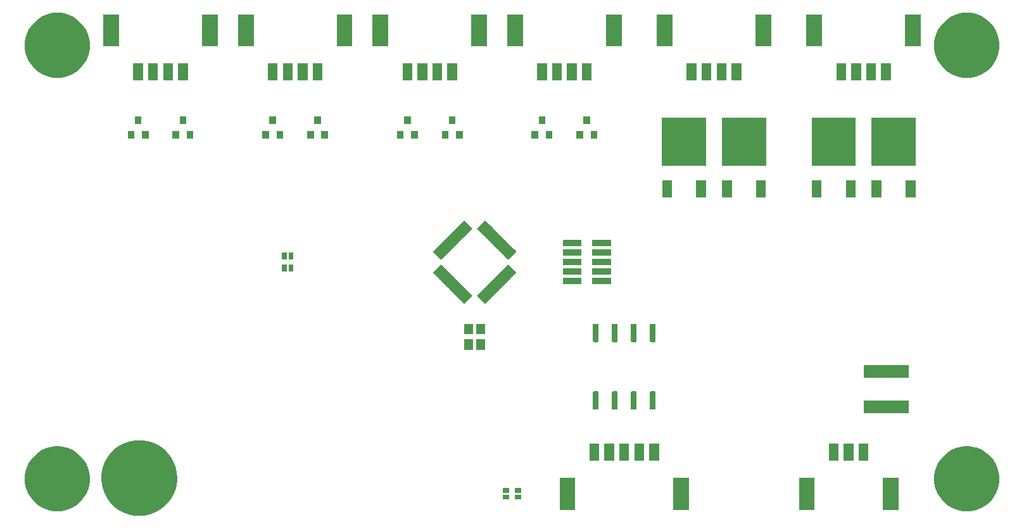
<source format=gbr>
G04 #@! TF.GenerationSoftware,KiCad,Pcbnew,(5.1.2)-1*
G04 #@! TF.CreationDate,2019-09-05T21:25:15-07:00*
G04 #@! TF.ProjectId,design,64657369-676e-42e6-9b69-6361645f7063,rev?*
G04 #@! TF.SameCoordinates,Original*
G04 #@! TF.FileFunction,Soldermask,Top*
G04 #@! TF.FilePolarity,Negative*
%FSLAX46Y46*%
G04 Gerber Fmt 4.6, Leading zero omitted, Abs format (unit mm)*
G04 Created by KiCad (PCBNEW (5.1.2)-1) date 2019-09-05 21:25:15*
%MOMM*%
%LPD*%
G04 APERTURE LIST*
%ADD10C,0.100000*%
G04 APERTURE END LIST*
D10*
G36*
X105220951Y-138893715D02*
G01*
X105222033Y-138925188D01*
X105222888Y-138956620D01*
X105223518Y-138988012D01*
X105223923Y-139019362D01*
X105224103Y-139050671D01*
X105224060Y-139081937D01*
X105223795Y-139113159D01*
X105223307Y-139144339D01*
X105222599Y-139175473D01*
X105221671Y-139206563D01*
X105220524Y-139237608D01*
X105219158Y-139268606D01*
X105217574Y-139299558D01*
X105215774Y-139330462D01*
X105213758Y-139361318D01*
X105211526Y-139392126D01*
X105209081Y-139422884D01*
X105206421Y-139453593D01*
X105203549Y-139484252D01*
X105200466Y-139514859D01*
X105197171Y-139545415D01*
X105193666Y-139575919D01*
X105189952Y-139606370D01*
X105186029Y-139636768D01*
X105181898Y-139667111D01*
X105177560Y-139697401D01*
X105173017Y-139727635D01*
X105168268Y-139757813D01*
X105163314Y-139787935D01*
X105158157Y-139818000D01*
X105152798Y-139848007D01*
X105147236Y-139877956D01*
X105141473Y-139907846D01*
X105135510Y-139937677D01*
X105129347Y-139967448D01*
X105122985Y-139997158D01*
X105116426Y-140026807D01*
X105109670Y-140056395D01*
X105102717Y-140085920D01*
X105095569Y-140115381D01*
X105088226Y-140144780D01*
X105080690Y-140174114D01*
X105072961Y-140203383D01*
X105065039Y-140232587D01*
X105056927Y-140261724D01*
X105048624Y-140290796D01*
X105040131Y-140319799D01*
X105031449Y-140348735D01*
X105022580Y-140377603D01*
X105013523Y-140406402D01*
X105004280Y-140435131D01*
X104994851Y-140463789D01*
X104985238Y-140492377D01*
X104975441Y-140520893D01*
X104965461Y-140549338D01*
X104955298Y-140577709D01*
X104944954Y-140606008D01*
X104934430Y-140634232D01*
X104923726Y-140662382D01*
X104912843Y-140690457D01*
X104901781Y-140718456D01*
X104890543Y-140746379D01*
X104879128Y-140774226D01*
X104867537Y-140801994D01*
X104855771Y-140829685D01*
X104843832Y-140857297D01*
X104831719Y-140884829D01*
X104819434Y-140912282D01*
X104806978Y-140939654D01*
X104794350Y-140966945D01*
X104781553Y-140994154D01*
X104768587Y-141021281D01*
X104755452Y-141048325D01*
X104742150Y-141075286D01*
X104728682Y-141102162D01*
X104715048Y-141128954D01*
X104701248Y-141155661D01*
X104687285Y-141182281D01*
X104673158Y-141208815D01*
X104658869Y-141235262D01*
X104644418Y-141261621D01*
X104629806Y-141287892D01*
X104615035Y-141314073D01*
X104600104Y-141340166D01*
X104585015Y-141366168D01*
X104569768Y-141392079D01*
X104554364Y-141417899D01*
X104538805Y-141443627D01*
X104523090Y-141469263D01*
X104507221Y-141494805D01*
X104491199Y-141520253D01*
X104475024Y-141545607D01*
X104458698Y-141570867D01*
X104442220Y-141596030D01*
X104425592Y-141621098D01*
X104408815Y-141646068D01*
X104391890Y-141670941D01*
X104374817Y-141695717D01*
X104357596Y-141720393D01*
X104340230Y-141744971D01*
X104322719Y-141769448D01*
X104305063Y-141793826D01*
X104287264Y-141818102D01*
X104269322Y-141842276D01*
X104251238Y-141866349D01*
X104233013Y-141890318D01*
X104214648Y-141914185D01*
X104196143Y-141937947D01*
X104177500Y-141961604D01*
X104158719Y-141985156D01*
X104139800Y-142008603D01*
X104120746Y-142031943D01*
X104101557Y-142055176D01*
X104082232Y-142078301D01*
X104062775Y-142101318D01*
X104043184Y-142124227D01*
X104023461Y-142147025D01*
X104003607Y-142169714D01*
X103983623Y-142192292D01*
X103963509Y-142214759D01*
X103943266Y-142237114D01*
X103922896Y-142259357D01*
X103902398Y-142281486D01*
X103881774Y-142303502D01*
X103861025Y-142325403D01*
X103840151Y-142347190D01*
X103819153Y-142368861D01*
X103798032Y-142390416D01*
X103776789Y-142411854D01*
X103755424Y-142433175D01*
X103733939Y-142454379D01*
X103712335Y-142475463D01*
X103690611Y-142496429D01*
X103668770Y-142517275D01*
X103646811Y-142538000D01*
X103624736Y-142558605D01*
X103602545Y-142579088D01*
X103580239Y-142599449D01*
X103557820Y-142619687D01*
X103535287Y-142639802D01*
X103512642Y-142659793D01*
X103489886Y-142679660D01*
X103467019Y-142699401D01*
X103444042Y-142719017D01*
X103420956Y-142738506D01*
X103397762Y-142757869D01*
X103374461Y-142777103D01*
X103351053Y-142796210D01*
X103327539Y-142815188D01*
X103303920Y-142834037D01*
X103280198Y-142852755D01*
X103256372Y-142871343D01*
X103232444Y-142889800D01*
X103208414Y-142908125D01*
X103184283Y-142926318D01*
X103160053Y-142944378D01*
X103135723Y-142962304D01*
X103111295Y-142980096D01*
X103086769Y-142997754D01*
X103062147Y-143015276D01*
X103037429Y-143032661D01*
X103012616Y-143049911D01*
X102987709Y-143067023D01*
X102962708Y-143083997D01*
X102937615Y-143100833D01*
X102912430Y-143117530D01*
X102887154Y-143134087D01*
X102861788Y-143150505D01*
X102836333Y-143166781D01*
X102810790Y-143182916D01*
X102785158Y-143198909D01*
X102759440Y-143214759D01*
X102733637Y-143230466D01*
X102707747Y-143246029D01*
X102681774Y-143261448D01*
X102655717Y-143276722D01*
X102629578Y-143291850D01*
X102603356Y-143306832D01*
X102577054Y-143321667D01*
X102550671Y-143336354D01*
X102524209Y-143350894D01*
X102497668Y-143365285D01*
X102471050Y-143379526D01*
X102444355Y-143393618D01*
X102417583Y-143407559D01*
X102390737Y-143421350D01*
X102363816Y-143434988D01*
X102336821Y-143448475D01*
X102309753Y-143461808D01*
X102282614Y-143474988D01*
X102255403Y-143488014D01*
X102228122Y-143500885D01*
X102200772Y-143513601D01*
X102173353Y-143526161D01*
X102145866Y-143538565D01*
X102118311Y-143550811D01*
X102090691Y-143562900D01*
X102063005Y-143574830D01*
X102035255Y-143586602D01*
X102007441Y-143598214D01*
X101979564Y-143609666D01*
X101951625Y-143620957D01*
X101923625Y-143632087D01*
X101895564Y-143643055D01*
X101867444Y-143653860D01*
X101839264Y-143664503D01*
X101811027Y-143674981D01*
X101782733Y-143685296D01*
X101754382Y-143695445D01*
X101725976Y-143705429D01*
X101697515Y-143715246D01*
X101669000Y-143724897D01*
X101640432Y-143734381D01*
X101611812Y-143743696D01*
X101583140Y-143752844D01*
X101554418Y-143761821D01*
X101525646Y-143770630D01*
X101496825Y-143779267D01*
X101467956Y-143787734D01*
X101439040Y-143796030D01*
X101410077Y-143804153D01*
X101381069Y-143812103D01*
X101352015Y-143819880D01*
X101322918Y-143827483D01*
X101293778Y-143834911D01*
X101264595Y-143842164D01*
X101235371Y-143849242D01*
X101206106Y-143856143D01*
X101176801Y-143862867D01*
X101147457Y-143869413D01*
X101118075Y-143875781D01*
X101088655Y-143881971D01*
X101059199Y-143887981D01*
X101029707Y-143893811D01*
X101000180Y-143899460D01*
X100970619Y-143904928D01*
X100941024Y-143910215D01*
X100911397Y-143915318D01*
X100881739Y-143920239D01*
X100852049Y-143924977D01*
X100822330Y-143929530D01*
X100792581Y-143933898D01*
X100762804Y-143938080D01*
X100733000Y-143942077D01*
X100703168Y-143945887D01*
X100673311Y-143949510D01*
X100643429Y-143952945D01*
X100613523Y-143956191D01*
X100583593Y-143959249D01*
X100553640Y-143962117D01*
X100523666Y-143964794D01*
X100493670Y-143967281D01*
X100463655Y-143969576D01*
X100433620Y-143971679D01*
X100403567Y-143973589D01*
X100373496Y-143975307D01*
X100343408Y-143976830D01*
X100313304Y-143978159D01*
X100283185Y-143979292D01*
X100253052Y-143980230D01*
X100222905Y-143980972D01*
X100192745Y-143981517D01*
X100162573Y-143981864D01*
X100132391Y-143982013D01*
X100102198Y-143981964D01*
X100071995Y-143981715D01*
X100041784Y-143981266D01*
X100011565Y-143980617D01*
X99981339Y-143979766D01*
X99951107Y-143978714D01*
X99920870Y-143977460D01*
X99890628Y-143976003D01*
X99860383Y-143974342D01*
X99830134Y-143972477D01*
X99799884Y-143970407D01*
X99769632Y-143968132D01*
X99739380Y-143965651D01*
X99709128Y-143962963D01*
X99678878Y-143960068D01*
X99648630Y-143956966D01*
X99618384Y-143953655D01*
X99588142Y-143950135D01*
X99557905Y-143946406D01*
X99527673Y-143942466D01*
X99497448Y-143938316D01*
X99467229Y-143933954D01*
X99437018Y-143929381D01*
X99406816Y-143924595D01*
X99376624Y-143919595D01*
X99346441Y-143914382D01*
X99316270Y-143908954D01*
X99286111Y-143903312D01*
X99255964Y-143897454D01*
X99225831Y-143891379D01*
X99195713Y-143885088D01*
X99165609Y-143878579D01*
X99135522Y-143871853D01*
X99105452Y-143864908D01*
X99075399Y-143857743D01*
X99045365Y-143850359D01*
X99015350Y-143842754D01*
X98985356Y-143834929D01*
X98955382Y-143826881D01*
X98925430Y-143818612D01*
X98895501Y-143810120D01*
X98865595Y-143801404D01*
X98835714Y-143792464D01*
X98805858Y-143783300D01*
X98776027Y-143773910D01*
X98746224Y-143764294D01*
X98716448Y-143754452D01*
X98686700Y-143744383D01*
X98656982Y-143734087D01*
X98626615Y-143725814D01*
X98596353Y-143717336D01*
X98566196Y-143708655D01*
X98536145Y-143699772D01*
X98506200Y-143690687D01*
X98476360Y-143681401D01*
X98446628Y-143671915D01*
X98417002Y-143662230D01*
X98387483Y-143652348D01*
X98358072Y-143642269D01*
X98328768Y-143631994D01*
X98299573Y-143621524D01*
X98270486Y-143610860D01*
X98241508Y-143600003D01*
X98212640Y-143588954D01*
X98183880Y-143577714D01*
X98155231Y-143566284D01*
X98126692Y-143554665D01*
X98098264Y-143542858D01*
X98069946Y-143530863D01*
X98041739Y-143518682D01*
X98013644Y-143506316D01*
X97985661Y-143493765D01*
X97957791Y-143481032D01*
X97930032Y-143468115D01*
X97902387Y-143455018D01*
X97874855Y-143441739D01*
X97847436Y-143428282D01*
X97820131Y-143414646D01*
X97792941Y-143400832D01*
X97765865Y-143386841D01*
X97738904Y-143372675D01*
X97712058Y-143358335D01*
X97685328Y-143343820D01*
X97658714Y-143329133D01*
X97632216Y-143314274D01*
X97605834Y-143299244D01*
X97579570Y-143284044D01*
X97553423Y-143268675D01*
X97527393Y-143253139D01*
X97501481Y-143237435D01*
X97475688Y-143221566D01*
X97450013Y-143205531D01*
X97424457Y-143189332D01*
X97399020Y-143172970D01*
X97373703Y-143156446D01*
X97348506Y-143139761D01*
X97323430Y-143122915D01*
X97298474Y-143105910D01*
X97273638Y-143088747D01*
X97248925Y-143071427D01*
X97224332Y-143053950D01*
X97199862Y-143036318D01*
X97175514Y-143018531D01*
X97151289Y-143000591D01*
X97127186Y-142982498D01*
X97103207Y-142964254D01*
X97079352Y-142945859D01*
X97055621Y-142927314D01*
X97032014Y-142908621D01*
X97008531Y-142889780D01*
X96985174Y-142870792D01*
X96961942Y-142851658D01*
X96938835Y-142832380D01*
X96915855Y-142812958D01*
X96893001Y-142793393D01*
X96870273Y-142773685D01*
X96847673Y-142753837D01*
X96825200Y-142733849D01*
X96802855Y-142713722D01*
X96780637Y-142693457D01*
X96758548Y-142673055D01*
X96736588Y-142652516D01*
X96714757Y-142631842D01*
X96693055Y-142611034D01*
X96671483Y-142590093D01*
X96650041Y-142569020D01*
X96628729Y-142547815D01*
X96607548Y-142526480D01*
X96586498Y-142505015D01*
X96565579Y-142483422D01*
X96544793Y-142461701D01*
X96524138Y-142439854D01*
X96503615Y-142417882D01*
X96483226Y-142395784D01*
X96462969Y-142373563D01*
X96442846Y-142351220D01*
X96422856Y-142328755D01*
X96403001Y-142306169D01*
X96383280Y-142283463D01*
X96363694Y-142260638D01*
X96344243Y-142237696D01*
X96324927Y-142214636D01*
X96305747Y-142191461D01*
X96286703Y-142168171D01*
X96267796Y-142144766D01*
X96249025Y-142121249D01*
X96230391Y-142097620D01*
X96211895Y-142073879D01*
X96193537Y-142050029D01*
X96175317Y-142026069D01*
X96157235Y-142002001D01*
X96139292Y-141977825D01*
X96121488Y-141953544D01*
X96103824Y-141929157D01*
X96086299Y-141904665D01*
X96068915Y-141880071D01*
X96051670Y-141855374D01*
X96034567Y-141830575D01*
X96017605Y-141805676D01*
X96000785Y-141780677D01*
X95984106Y-141755580D01*
X95967569Y-141730385D01*
X95951175Y-141705093D01*
X95934924Y-141679706D01*
X95918815Y-141654224D01*
X95902851Y-141628648D01*
X95887030Y-141602979D01*
X95871353Y-141577219D01*
X95855821Y-141551368D01*
X95840434Y-141525426D01*
X95825191Y-141499396D01*
X95810095Y-141473278D01*
X95795144Y-141447073D01*
X95780339Y-141420781D01*
X95765681Y-141394405D01*
X95751170Y-141367944D01*
X95736806Y-141341401D01*
X95722589Y-141314775D01*
X95708520Y-141288068D01*
X95694600Y-141261280D01*
X95680828Y-141234413D01*
X95667205Y-141207468D01*
X95653731Y-141180446D01*
X95640407Y-141153347D01*
X95627232Y-141126172D01*
X95614208Y-141098923D01*
X95601335Y-141071601D01*
X95588612Y-141044205D01*
X95576040Y-141016739D01*
X95563620Y-140989201D01*
X95551352Y-140961594D01*
X95539236Y-140933919D01*
X95527273Y-140906175D01*
X95515463Y-140878365D01*
X95503806Y-140850489D01*
X95492302Y-140822547D01*
X95480953Y-140794542D01*
X95469757Y-140766475D01*
X95458717Y-140738345D01*
X95447831Y-140710154D01*
X95437100Y-140681903D01*
X95426525Y-140653593D01*
X95416106Y-140625225D01*
X95405844Y-140596799D01*
X95395737Y-140568318D01*
X95385788Y-140539781D01*
X95375996Y-140511190D01*
X95366362Y-140482545D01*
X95356886Y-140453849D01*
X95347568Y-140425100D01*
X95338408Y-140396302D01*
X95329408Y-140367454D01*
X95320567Y-140338557D01*
X95311885Y-140309613D01*
X95303364Y-140280623D01*
X95295002Y-140251586D01*
X95286802Y-140222506D01*
X95278762Y-140193381D01*
X95270884Y-140164214D01*
X95263167Y-140135005D01*
X95255613Y-140105755D01*
X95248220Y-140076465D01*
X95240991Y-140047137D01*
X95233924Y-140017770D01*
X95227021Y-139988367D01*
X95220281Y-139958928D01*
X95213705Y-139929453D01*
X95207294Y-139899945D01*
X95201048Y-139870403D01*
X95194966Y-139840830D01*
X95189050Y-139811225D01*
X95183299Y-139781590D01*
X95177715Y-139751926D01*
X95172297Y-139722234D01*
X95167045Y-139692514D01*
X95161961Y-139662768D01*
X95157044Y-139632996D01*
X95152294Y-139603200D01*
X95147713Y-139573381D01*
X95143300Y-139543539D01*
X95139056Y-139513676D01*
X95134981Y-139483792D01*
X95131075Y-139453889D01*
X95127339Y-139423966D01*
X95123773Y-139394027D01*
X95120377Y-139364070D01*
X95117153Y-139334098D01*
X95114099Y-139304111D01*
X95111216Y-139274110D01*
X95108506Y-139244096D01*
X95105967Y-139214071D01*
X95103601Y-139184034D01*
X95101408Y-139153988D01*
X95099388Y-139123932D01*
X95097541Y-139093869D01*
X95095868Y-139063798D01*
X95094369Y-139033721D01*
X95093044Y-139003639D01*
X95091894Y-138973553D01*
X95090920Y-138943464D01*
X95090120Y-138913373D01*
X95089497Y-138883280D01*
X95089050Y-138853187D01*
X95088779Y-138823094D01*
X95088685Y-138793003D01*
X95088768Y-138762915D01*
X95089028Y-138732830D01*
X95089466Y-138702750D01*
X95090083Y-138672675D01*
X95090878Y-138642606D01*
X95091851Y-138612545D01*
X95093004Y-138582492D01*
X95094337Y-138552449D01*
X95095849Y-138522416D01*
X95097541Y-138492394D01*
X95099414Y-138462384D01*
X95101467Y-138432387D01*
X95103702Y-138402405D01*
X95106118Y-138372437D01*
X95108717Y-138342486D01*
X95111497Y-138312551D01*
X95114460Y-138282635D01*
X95117605Y-138252737D01*
X95120934Y-138222860D01*
X95124446Y-138193003D01*
X95128142Y-138163168D01*
X95132023Y-138133356D01*
X95136088Y-138103568D01*
X95140337Y-138073804D01*
X95144772Y-138044066D01*
X95149393Y-138014355D01*
X95154199Y-137984671D01*
X95159192Y-137955016D01*
X95164371Y-137925390D01*
X95169737Y-137895795D01*
X95175290Y-137866232D01*
X95181030Y-137836700D01*
X95186959Y-137807202D01*
X95193076Y-137777739D01*
X95199381Y-137748311D01*
X95205875Y-137718919D01*
X95212559Y-137689564D01*
X95219432Y-137660248D01*
X95226495Y-137630970D01*
X95233748Y-137601733D01*
X95241192Y-137572537D01*
X95248827Y-137543383D01*
X95256653Y-137514272D01*
X95264670Y-137485205D01*
X95272880Y-137456183D01*
X95281281Y-137427206D01*
X95289876Y-137398277D01*
X95298663Y-137369396D01*
X95307644Y-137340563D01*
X95316818Y-137311780D01*
X95326186Y-137283048D01*
X95335748Y-137254367D01*
X95345505Y-137225739D01*
X95355457Y-137197165D01*
X95365604Y-137168645D01*
X95375947Y-137140181D01*
X95386486Y-137111774D01*
X95397221Y-137083423D01*
X95408153Y-137055132D01*
X95419281Y-137026899D01*
X95430607Y-136998727D01*
X95442131Y-136970617D01*
X95453852Y-136942568D01*
X95465772Y-136914583D01*
X95477891Y-136886662D01*
X95490208Y-136858806D01*
X95502725Y-136831017D01*
X95515442Y-136803294D01*
X95528358Y-136775640D01*
X95541475Y-136748054D01*
X95554793Y-136720539D01*
X95568311Y-136693094D01*
X95582031Y-136665722D01*
X95595952Y-136638422D01*
X95610076Y-136611196D01*
X95624402Y-136584045D01*
X95638930Y-136556970D01*
X95653662Y-136529971D01*
X95668597Y-136503051D01*
X95683736Y-136476208D01*
X95699078Y-136449446D01*
X95714625Y-136422764D01*
X95730377Y-136396164D01*
X95746334Y-136369646D01*
X95762496Y-136343211D01*
X95778864Y-136316861D01*
X95795438Y-136290597D01*
X95812218Y-136264418D01*
X95829205Y-136238328D01*
X95846399Y-136212325D01*
X95863801Y-136186412D01*
X95881410Y-136160588D01*
X95899227Y-136134857D01*
X95917253Y-136109217D01*
X95935487Y-136083670D01*
X95953931Y-136058218D01*
X95972584Y-136032860D01*
X95989461Y-136006284D01*
X96006503Y-135979868D01*
X96023709Y-135953614D01*
X96041077Y-135927520D01*
X96058606Y-135901587D01*
X96076296Y-135875814D01*
X96094145Y-135850203D01*
X96112152Y-135824753D01*
X96130317Y-135799463D01*
X96148638Y-135774335D01*
X96167114Y-135749367D01*
X96185744Y-135724561D01*
X96204528Y-135699916D01*
X96223463Y-135675432D01*
X96242550Y-135651109D01*
X96261787Y-135626947D01*
X96281173Y-135602946D01*
X96300708Y-135579107D01*
X96320389Y-135555429D01*
X96340216Y-135531913D01*
X96360189Y-135508558D01*
X96380305Y-135485364D01*
X96400565Y-135462332D01*
X96420966Y-135439461D01*
X96441509Y-135416752D01*
X96462191Y-135394204D01*
X96483013Y-135371818D01*
X96503972Y-135349593D01*
X96525068Y-135327531D01*
X96546300Y-135305630D01*
X96567667Y-135283890D01*
X96589168Y-135262313D01*
X96610801Y-135240897D01*
X96632566Y-135219644D01*
X96654463Y-135198552D01*
X96676488Y-135177622D01*
X96698643Y-135156854D01*
X96720925Y-135136248D01*
X96743334Y-135115804D01*
X96765869Y-135095522D01*
X96788528Y-135075402D01*
X96811311Y-135055445D01*
X96834217Y-135035649D01*
X96857244Y-135016016D01*
X96880392Y-134996545D01*
X96903659Y-134977237D01*
X96927045Y-134958090D01*
X96950549Y-134939106D01*
X96974168Y-134920285D01*
X96997904Y-134901626D01*
X97021754Y-134883129D01*
X97045717Y-134864795D01*
X97069793Y-134846624D01*
X97093980Y-134828615D01*
X97118277Y-134810768D01*
X97142684Y-134793085D01*
X97167200Y-134775564D01*
X97191822Y-134758205D01*
X97216551Y-134741010D01*
X97241385Y-134723977D01*
X97266324Y-134707107D01*
X97291365Y-134690400D01*
X97316509Y-134673856D01*
X97341754Y-134657475D01*
X97367100Y-134641257D01*
X97392544Y-134625202D01*
X97418087Y-134609310D01*
X97443727Y-134593581D01*
X97469463Y-134578015D01*
X97495294Y-134562612D01*
X97521219Y-134547372D01*
X97547237Y-134532296D01*
X97573347Y-134517383D01*
X97599548Y-134502633D01*
X97625839Y-134488047D01*
X97652219Y-134473624D01*
X97678688Y-134459364D01*
X97705243Y-134445268D01*
X97731884Y-134431336D01*
X97758609Y-134417566D01*
X97785419Y-134403961D01*
X97812312Y-134390519D01*
X97839286Y-134377241D01*
X97866342Y-134364126D01*
X97893477Y-134351175D01*
X97920690Y-134338388D01*
X97947982Y-134325764D01*
X97975350Y-134313305D01*
X98002795Y-134301009D01*
X98030313Y-134288877D01*
X98057906Y-134276909D01*
X98085571Y-134265105D01*
X98113308Y-134253465D01*
X98141115Y-134241989D01*
X98168992Y-134230677D01*
X98196938Y-134219529D01*
X98224951Y-134208545D01*
X98253031Y-134197726D01*
X98281176Y-134187070D01*
X98309386Y-134176579D01*
X98337659Y-134166252D01*
X98365995Y-134156090D01*
X98394392Y-134146092D01*
X98422850Y-134136258D01*
X98451367Y-134126588D01*
X98479942Y-134117084D01*
X98508575Y-134107743D01*
X98537264Y-134098567D01*
X98566008Y-134089556D01*
X98594807Y-134080709D01*
X98623659Y-134072027D01*
X98652564Y-134063510D01*
X98681519Y-134055157D01*
X98710525Y-134046969D01*
X98739580Y-134038946D01*
X98768683Y-134031088D01*
X98797834Y-134023394D01*
X98827031Y-134015866D01*
X98856272Y-134008502D01*
X98885558Y-134001304D01*
X98914887Y-133994270D01*
X98944258Y-133987401D01*
X98973670Y-133980698D01*
X99003123Y-133974159D01*
X99032614Y-133967786D01*
X99062143Y-133961578D01*
X99091709Y-133955535D01*
X99121311Y-133949658D01*
X99150948Y-133943945D01*
X99180619Y-133938398D01*
X99210323Y-133933017D01*
X99240059Y-133927800D01*
X99269826Y-133922749D01*
X99299622Y-133917864D01*
X99329448Y-133913144D01*
X99359301Y-133908590D01*
X99389181Y-133904201D01*
X99419086Y-133899978D01*
X99449017Y-133895921D01*
X99478971Y-133892029D01*
X99508948Y-133888303D01*
X99538947Y-133884743D01*
X99568966Y-133881348D01*
X99599005Y-133878120D01*
X99629062Y-133875057D01*
X99659138Y-133872160D01*
X99689229Y-133869429D01*
X99719337Y-133866864D01*
X99749459Y-133864465D01*
X99779594Y-133862232D01*
X99809742Y-133860166D01*
X99839901Y-133858265D01*
X99870071Y-133856530D01*
X99900251Y-133854962D01*
X99930438Y-133853560D01*
X99960634Y-133852324D01*
X99990835Y-133851255D01*
X100021042Y-133850351D01*
X100051254Y-133849615D01*
X100081468Y-133849044D01*
X100111686Y-133848640D01*
X100141904Y-133848403D01*
X100172122Y-133848332D01*
X100202340Y-133848427D01*
X100232556Y-133848690D01*
X100262770Y-133849118D01*
X100292979Y-133849714D01*
X100323184Y-133850476D01*
X100353383Y-133851405D01*
X100383575Y-133852501D01*
X100413759Y-133853763D01*
X100443935Y-133855192D01*
X100474100Y-133856789D01*
X100504254Y-133858552D01*
X100534397Y-133860482D01*
X100564526Y-133862579D01*
X100594642Y-133864843D01*
X100624743Y-133867274D01*
X100654827Y-133869872D01*
X100684895Y-133872638D01*
X100714944Y-133875570D01*
X100744974Y-133878670D01*
X100774984Y-133881937D01*
X100804973Y-133885371D01*
X100834940Y-133888973D01*
X100864884Y-133892742D01*
X100894804Y-133896678D01*
X100924698Y-133900782D01*
X100954566Y-133905053D01*
X100984407Y-133909492D01*
X101014220Y-133914098D01*
X101044003Y-133918872D01*
X101073756Y-133923813D01*
X101103478Y-133928922D01*
X101133167Y-133934199D01*
X101162823Y-133939643D01*
X101192445Y-133945255D01*
X101222031Y-133951035D01*
X101251581Y-133956983D01*
X101281093Y-133963099D01*
X101310567Y-133969382D01*
X101340002Y-133975833D01*
X101369396Y-133982453D01*
X101398748Y-133989240D01*
X101428058Y-133996196D01*
X101457324Y-134003319D01*
X101486546Y-134010611D01*
X101515722Y-134018070D01*
X101544852Y-134025698D01*
X101573934Y-134033495D01*
X101602967Y-134041459D01*
X101631951Y-134049592D01*
X101660884Y-134057893D01*
X101689765Y-134066362D01*
X101718594Y-134075000D01*
X101747368Y-134083806D01*
X101776088Y-134092780D01*
X101804752Y-134101924D01*
X101833360Y-134111235D01*
X101861909Y-134120716D01*
X101890400Y-134130364D01*
X101918831Y-134140182D01*
X101947201Y-134150168D01*
X101975509Y-134160323D01*
X102003754Y-134170647D01*
X102031935Y-134181139D01*
X102060051Y-134191801D01*
X102088101Y-134202631D01*
X102116085Y-134213630D01*
X102144000Y-134224798D01*
X102171846Y-134236135D01*
X102199622Y-134247641D01*
X102227327Y-134259316D01*
X102254960Y-134271160D01*
X102282520Y-134283173D01*
X102310005Y-134295356D01*
X102337416Y-134307707D01*
X102364750Y-134320228D01*
X102392007Y-134332918D01*
X102419186Y-134345778D01*
X102446286Y-134358806D01*
X102473305Y-134372004D01*
X102500243Y-134385372D01*
X102527099Y-134398909D01*
X102553872Y-134412615D01*
X102580560Y-134426491D01*
X102607163Y-134440537D01*
X102633679Y-134454752D01*
X102660108Y-134469136D01*
X102686449Y-134483691D01*
X102712700Y-134498415D01*
X102738861Y-134513308D01*
X102764930Y-134528372D01*
X102790907Y-134543605D01*
X102816790Y-134559009D01*
X102842579Y-134574582D01*
X102868272Y-134590325D01*
X102893869Y-134606238D01*
X102919368Y-134622320D01*
X102944769Y-134638573D01*
X102970069Y-134654996D01*
X102995270Y-134671589D01*
X103020368Y-134688353D01*
X103045364Y-134705286D01*
X103070256Y-134722390D01*
X103095044Y-134739663D01*
X103119725Y-134757107D01*
X103144300Y-134774722D01*
X103168767Y-134792507D01*
X103193126Y-134810462D01*
X103217374Y-134828587D01*
X103241512Y-134846883D01*
X103265537Y-134865350D01*
X103289450Y-134883987D01*
X103313249Y-134902794D01*
X103336933Y-134921772D01*
X103360502Y-134940921D01*
X103383953Y-134960241D01*
X103407286Y-134979731D01*
X103430500Y-134999392D01*
X103453595Y-135019223D01*
X103476568Y-135039226D01*
X103499419Y-135059399D01*
X103522147Y-135079743D01*
X103544751Y-135100259D01*
X103567230Y-135120945D01*
X103589582Y-135141802D01*
X103611808Y-135162830D01*
X103633905Y-135184029D01*
X103655874Y-135205400D01*
X103677712Y-135226941D01*
X103699418Y-135248654D01*
X103720993Y-135270538D01*
X103742434Y-135292593D01*
X103763741Y-135314819D01*
X103784913Y-135337217D01*
X103805948Y-135359786D01*
X103826846Y-135382526D01*
X103847605Y-135405438D01*
X103868226Y-135428521D01*
X103888705Y-135451776D01*
X103909044Y-135475203D01*
X103929240Y-135498801D01*
X103949292Y-135522570D01*
X103969200Y-135546511D01*
X103988963Y-135570624D01*
X104008579Y-135594909D01*
X104028047Y-135619365D01*
X104047367Y-135643993D01*
X104066537Y-135668793D01*
X104085557Y-135693765D01*
X104104425Y-135718909D01*
X104123140Y-135744225D01*
X104144476Y-135771167D01*
X104165619Y-135798256D01*
X104186569Y-135825491D01*
X104207325Y-135852869D01*
X104227887Y-135880390D01*
X104248254Y-135908051D01*
X104268426Y-135935852D01*
X104288402Y-135963791D01*
X104308182Y-135991867D01*
X104327765Y-136020078D01*
X104347151Y-136048422D01*
X104366339Y-136076898D01*
X104385329Y-136105505D01*
X104404120Y-136134241D01*
X104422712Y-136163105D01*
X104441104Y-136192095D01*
X104459295Y-136221210D01*
X104477286Y-136250449D01*
X104495076Y-136279809D01*
X104512663Y-136309289D01*
X104530049Y-136338889D01*
X104547231Y-136368606D01*
X104564210Y-136398439D01*
X104580986Y-136428386D01*
X104597556Y-136458447D01*
X104613922Y-136488619D01*
X104630083Y-136518901D01*
X104646038Y-136549292D01*
X104661786Y-136579790D01*
X104677327Y-136610394D01*
X104692661Y-136641103D01*
X104707788Y-136671914D01*
X104722705Y-136702826D01*
X104737414Y-136733838D01*
X104751913Y-136764949D01*
X104766202Y-136796157D01*
X104780281Y-136827460D01*
X104794149Y-136858857D01*
X104807805Y-136890347D01*
X104821249Y-136921928D01*
X104834481Y-136953598D01*
X104847500Y-136985357D01*
X104860305Y-137017202D01*
X104872897Y-137049133D01*
X104885273Y-137081148D01*
X104897435Y-137113244D01*
X104909381Y-137145422D01*
X104921111Y-137177679D01*
X104932625Y-137210014D01*
X104943921Y-137242425D01*
X104955000Y-137274911D01*
X104965861Y-137307471D01*
X104976503Y-137340103D01*
X104986926Y-137372805D01*
X104997129Y-137405577D01*
X105007113Y-137438416D01*
X105016875Y-137471321D01*
X105026417Y-137504291D01*
X105035737Y-137537325D01*
X105044835Y-137570420D01*
X105053710Y-137603575D01*
X105062362Y-137636790D01*
X105070790Y-137670062D01*
X105078994Y-137703389D01*
X105086973Y-137736771D01*
X105094727Y-137770207D01*
X105102256Y-137803693D01*
X105109558Y-137837230D01*
X105116634Y-137870816D01*
X105123482Y-137904448D01*
X105130102Y-137938126D01*
X105136495Y-137971849D01*
X105142658Y-138005614D01*
X105148592Y-138039421D01*
X105154297Y-138073267D01*
X105159771Y-138107151D01*
X105165014Y-138141073D01*
X105170027Y-138175030D01*
X105174807Y-138209021D01*
X105179355Y-138243044D01*
X105183670Y-138277099D01*
X105187752Y-138311183D01*
X105191600Y-138345295D01*
X105195213Y-138379434D01*
X105198592Y-138413598D01*
X105201736Y-138447785D01*
X105204643Y-138481995D01*
X105207314Y-138516226D01*
X105209749Y-138550476D01*
X105211945Y-138584744D01*
X105213904Y-138619028D01*
X105215625Y-138653327D01*
X105217107Y-138687640D01*
X105218349Y-138721964D01*
X105219351Y-138756299D01*
X105220113Y-138790643D01*
X105220634Y-138824995D01*
X105220913Y-138859353D01*
X105220951Y-138893715D01*
X105220951Y-138893715D01*
G37*
G36*
X211348156Y-134672794D02*
G01*
X212069140Y-134816206D01*
X212860972Y-135144193D01*
X213573601Y-135620357D01*
X214179643Y-136226399D01*
X214655807Y-136939028D01*
X214983794Y-137730860D01*
X215151000Y-138571464D01*
X215151000Y-139428536D01*
X214983794Y-140269140D01*
X214655807Y-141060972D01*
X214179643Y-141773601D01*
X213573601Y-142379643D01*
X212860972Y-142855807D01*
X212069140Y-143183794D01*
X211348156Y-143327206D01*
X211228537Y-143351000D01*
X210371463Y-143351000D01*
X210251844Y-143327206D01*
X209530860Y-143183794D01*
X208739028Y-142855807D01*
X208026399Y-142379643D01*
X207420357Y-141773601D01*
X206944193Y-141060972D01*
X206616206Y-140269140D01*
X206449000Y-139428536D01*
X206449000Y-138571464D01*
X206616206Y-137730860D01*
X206944193Y-136939028D01*
X207420357Y-136226399D01*
X208026399Y-135620357D01*
X208739028Y-135144193D01*
X209530860Y-134816206D01*
X210251844Y-134672794D01*
X210371463Y-134649000D01*
X211228537Y-134649000D01*
X211348156Y-134672794D01*
X211348156Y-134672794D01*
G37*
G36*
X89748156Y-134672794D02*
G01*
X90469140Y-134816206D01*
X91260972Y-135144193D01*
X91973601Y-135620357D01*
X92579643Y-136226399D01*
X93055807Y-136939028D01*
X93383794Y-137730860D01*
X93551000Y-138571464D01*
X93551000Y-139428536D01*
X93383794Y-140269140D01*
X93055807Y-141060972D01*
X92579643Y-141773601D01*
X91973601Y-142379643D01*
X91260972Y-142855807D01*
X90469140Y-143183794D01*
X89748156Y-143327206D01*
X89628537Y-143351000D01*
X88771463Y-143351000D01*
X88651844Y-143327206D01*
X87930860Y-143183794D01*
X87139028Y-142855807D01*
X86426399Y-142379643D01*
X85820357Y-141773601D01*
X85344193Y-141060972D01*
X85016206Y-140269140D01*
X84849000Y-139428536D01*
X84849000Y-138571464D01*
X85016206Y-137730860D01*
X85344193Y-136939028D01*
X85820357Y-136226399D01*
X86426399Y-135620357D01*
X87139028Y-135144193D01*
X87930860Y-134816206D01*
X88651844Y-134672794D01*
X88771463Y-134649000D01*
X89628537Y-134649000D01*
X89748156Y-134672794D01*
X89748156Y-134672794D01*
G37*
G36*
X190451000Y-143151000D02*
G01*
X188349000Y-143151000D01*
X188349000Y-138849000D01*
X190451000Y-138849000D01*
X190451000Y-143151000D01*
X190451000Y-143151000D01*
G37*
G36*
X158451000Y-143151000D02*
G01*
X156349000Y-143151000D01*
X156349000Y-138849000D01*
X158451000Y-138849000D01*
X158451000Y-143151000D01*
X158451000Y-143151000D01*
G37*
G36*
X173651000Y-143151000D02*
G01*
X171549000Y-143151000D01*
X171549000Y-138849000D01*
X173651000Y-138849000D01*
X173651000Y-143151000D01*
X173651000Y-143151000D01*
G37*
G36*
X201651000Y-143151000D02*
G01*
X199549000Y-143151000D01*
X199549000Y-138849000D01*
X201651000Y-138849000D01*
X201651000Y-143151000D01*
X201651000Y-143151000D01*
G37*
G36*
X151251000Y-141751000D02*
G01*
X150349000Y-141751000D01*
X150349000Y-141149000D01*
X151251000Y-141149000D01*
X151251000Y-141751000D01*
X151251000Y-141751000D01*
G37*
G36*
X149651000Y-141751000D02*
G01*
X148749000Y-141751000D01*
X148749000Y-141149000D01*
X149651000Y-141149000D01*
X149651000Y-141751000D01*
X149651000Y-141751000D01*
G37*
G36*
X149651000Y-140851000D02*
G01*
X148749000Y-140851000D01*
X148749000Y-140249000D01*
X149651000Y-140249000D01*
X149651000Y-140851000D01*
X149651000Y-140851000D01*
G37*
G36*
X151251000Y-140851000D02*
G01*
X150349000Y-140851000D01*
X150349000Y-140249000D01*
X151251000Y-140249000D01*
X151251000Y-140851000D01*
X151251000Y-140851000D01*
G37*
G36*
X195651000Y-136571000D02*
G01*
X194349000Y-136571000D01*
X194349000Y-134269000D01*
X195651000Y-134269000D01*
X195651000Y-136571000D01*
X195651000Y-136571000D01*
G37*
G36*
X169651000Y-136571000D02*
G01*
X168349000Y-136571000D01*
X168349000Y-134269000D01*
X169651000Y-134269000D01*
X169651000Y-136571000D01*
X169651000Y-136571000D01*
G37*
G36*
X167651000Y-136571000D02*
G01*
X166349000Y-136571000D01*
X166349000Y-134269000D01*
X167651000Y-134269000D01*
X167651000Y-136571000D01*
X167651000Y-136571000D01*
G37*
G36*
X165651000Y-136571000D02*
G01*
X164349000Y-136571000D01*
X164349000Y-134269000D01*
X165651000Y-134269000D01*
X165651000Y-136571000D01*
X165651000Y-136571000D01*
G37*
G36*
X163651000Y-136571000D02*
G01*
X162349000Y-136571000D01*
X162349000Y-134269000D01*
X163651000Y-134269000D01*
X163651000Y-136571000D01*
X163651000Y-136571000D01*
G37*
G36*
X161651000Y-136571000D02*
G01*
X160349000Y-136571000D01*
X160349000Y-134269000D01*
X161651000Y-134269000D01*
X161651000Y-136571000D01*
X161651000Y-136571000D01*
G37*
G36*
X193651000Y-136571000D02*
G01*
X192349000Y-136571000D01*
X192349000Y-134269000D01*
X193651000Y-134269000D01*
X193651000Y-136571000D01*
X193651000Y-136571000D01*
G37*
G36*
X197651000Y-136571000D02*
G01*
X196349000Y-136571000D01*
X196349000Y-134269000D01*
X197651000Y-134269000D01*
X197651000Y-136571000D01*
X197651000Y-136571000D01*
G37*
G36*
X203001000Y-130201000D02*
G01*
X196999000Y-130201000D01*
X196999000Y-128499000D01*
X203001000Y-128499000D01*
X203001000Y-130201000D01*
X203001000Y-130201000D01*
G37*
G36*
X166544867Y-127302004D02*
G01*
X166568292Y-127309110D01*
X166589889Y-127320654D01*
X166608814Y-127336186D01*
X166624346Y-127355111D01*
X166635890Y-127376708D01*
X166642996Y-127400133D01*
X166646000Y-127430638D01*
X166646000Y-129619362D01*
X166642996Y-129649867D01*
X166635890Y-129673292D01*
X166624346Y-129694889D01*
X166608814Y-129713814D01*
X166589889Y-129729346D01*
X166568292Y-129740890D01*
X166544867Y-129747996D01*
X166514362Y-129751000D01*
X166025638Y-129751000D01*
X165995133Y-129747996D01*
X165971708Y-129740890D01*
X165950111Y-129729346D01*
X165931186Y-129713814D01*
X165915654Y-129694889D01*
X165904110Y-129673292D01*
X165897004Y-129649867D01*
X165894000Y-129619362D01*
X165894000Y-127430638D01*
X165897004Y-127400133D01*
X165904110Y-127376708D01*
X165915654Y-127355111D01*
X165931186Y-127336186D01*
X165950111Y-127320654D01*
X165971708Y-127309110D01*
X165995133Y-127302004D01*
X166025638Y-127299000D01*
X166514362Y-127299000D01*
X166544867Y-127302004D01*
X166544867Y-127302004D01*
G37*
G36*
X161464867Y-127302004D02*
G01*
X161488292Y-127309110D01*
X161509889Y-127320654D01*
X161528814Y-127336186D01*
X161544346Y-127355111D01*
X161555890Y-127376708D01*
X161562996Y-127400133D01*
X161566000Y-127430638D01*
X161566000Y-129619362D01*
X161562996Y-129649867D01*
X161555890Y-129673292D01*
X161544346Y-129694889D01*
X161528814Y-129713814D01*
X161509889Y-129729346D01*
X161488292Y-129740890D01*
X161464867Y-129747996D01*
X161434362Y-129751000D01*
X160945638Y-129751000D01*
X160915133Y-129747996D01*
X160891708Y-129740890D01*
X160870111Y-129729346D01*
X160851186Y-129713814D01*
X160835654Y-129694889D01*
X160824110Y-129673292D01*
X160817004Y-129649867D01*
X160814000Y-129619362D01*
X160814000Y-127430638D01*
X160817004Y-127400133D01*
X160824110Y-127376708D01*
X160835654Y-127355111D01*
X160851186Y-127336186D01*
X160870111Y-127320654D01*
X160891708Y-127309110D01*
X160915133Y-127302004D01*
X160945638Y-127299000D01*
X161434362Y-127299000D01*
X161464867Y-127302004D01*
X161464867Y-127302004D01*
G37*
G36*
X164004867Y-127302004D02*
G01*
X164028292Y-127309110D01*
X164049889Y-127320654D01*
X164068814Y-127336186D01*
X164084346Y-127355111D01*
X164095890Y-127376708D01*
X164102996Y-127400133D01*
X164106000Y-127430638D01*
X164106000Y-129619362D01*
X164102996Y-129649867D01*
X164095890Y-129673292D01*
X164084346Y-129694889D01*
X164068814Y-129713814D01*
X164049889Y-129729346D01*
X164028292Y-129740890D01*
X164004867Y-129747996D01*
X163974362Y-129751000D01*
X163485638Y-129751000D01*
X163455133Y-129747996D01*
X163431708Y-129740890D01*
X163410111Y-129729346D01*
X163391186Y-129713814D01*
X163375654Y-129694889D01*
X163364110Y-129673292D01*
X163357004Y-129649867D01*
X163354000Y-129619362D01*
X163354000Y-127430638D01*
X163357004Y-127400133D01*
X163364110Y-127376708D01*
X163375654Y-127355111D01*
X163391186Y-127336186D01*
X163410111Y-127320654D01*
X163431708Y-127309110D01*
X163455133Y-127302004D01*
X163485638Y-127299000D01*
X163974362Y-127299000D01*
X164004867Y-127302004D01*
X164004867Y-127302004D01*
G37*
G36*
X169084867Y-127302004D02*
G01*
X169108292Y-127309110D01*
X169129889Y-127320654D01*
X169148814Y-127336186D01*
X169164346Y-127355111D01*
X169175890Y-127376708D01*
X169182996Y-127400133D01*
X169186000Y-127430638D01*
X169186000Y-129619362D01*
X169182996Y-129649867D01*
X169175890Y-129673292D01*
X169164346Y-129694889D01*
X169148814Y-129713814D01*
X169129889Y-129729346D01*
X169108292Y-129740890D01*
X169084867Y-129747996D01*
X169054362Y-129751000D01*
X168565638Y-129751000D01*
X168535133Y-129747996D01*
X168511708Y-129740890D01*
X168490111Y-129729346D01*
X168471186Y-129713814D01*
X168455654Y-129694889D01*
X168444110Y-129673292D01*
X168437004Y-129649867D01*
X168434000Y-129619362D01*
X168434000Y-127430638D01*
X168437004Y-127400133D01*
X168444110Y-127376708D01*
X168455654Y-127355111D01*
X168471186Y-127336186D01*
X168490111Y-127320654D01*
X168511708Y-127309110D01*
X168535133Y-127302004D01*
X168565638Y-127299000D01*
X169054362Y-127299000D01*
X169084867Y-127302004D01*
X169084867Y-127302004D01*
G37*
G36*
X203001000Y-125501000D02*
G01*
X196999000Y-125501000D01*
X196999000Y-123799000D01*
X203001000Y-123799000D01*
X203001000Y-125501000D01*
X203001000Y-125501000D01*
G37*
G36*
X144776000Y-121751000D02*
G01*
X143574000Y-121751000D01*
X143574000Y-120349000D01*
X144776000Y-120349000D01*
X144776000Y-121751000D01*
X144776000Y-121751000D01*
G37*
G36*
X146426000Y-121751000D02*
G01*
X145224000Y-121751000D01*
X145224000Y-120349000D01*
X146426000Y-120349000D01*
X146426000Y-121751000D01*
X146426000Y-121751000D01*
G37*
G36*
X166544867Y-118252004D02*
G01*
X166568292Y-118259110D01*
X166589889Y-118270654D01*
X166608814Y-118286186D01*
X166624346Y-118305111D01*
X166635890Y-118326708D01*
X166642996Y-118350133D01*
X166646000Y-118380638D01*
X166646000Y-120569362D01*
X166642996Y-120599867D01*
X166635890Y-120623292D01*
X166624346Y-120644889D01*
X166608814Y-120663814D01*
X166589889Y-120679346D01*
X166568292Y-120690890D01*
X166544867Y-120697996D01*
X166514362Y-120701000D01*
X166025638Y-120701000D01*
X165995133Y-120697996D01*
X165971708Y-120690890D01*
X165950111Y-120679346D01*
X165931186Y-120663814D01*
X165915654Y-120644889D01*
X165904110Y-120623292D01*
X165897004Y-120599867D01*
X165894000Y-120569362D01*
X165894000Y-118380638D01*
X165897004Y-118350133D01*
X165904110Y-118326708D01*
X165915654Y-118305111D01*
X165931186Y-118286186D01*
X165950111Y-118270654D01*
X165971708Y-118259110D01*
X165995133Y-118252004D01*
X166025638Y-118249000D01*
X166514362Y-118249000D01*
X166544867Y-118252004D01*
X166544867Y-118252004D01*
G37*
G36*
X161464867Y-118252004D02*
G01*
X161488292Y-118259110D01*
X161509889Y-118270654D01*
X161528814Y-118286186D01*
X161544346Y-118305111D01*
X161555890Y-118326708D01*
X161562996Y-118350133D01*
X161566000Y-118380638D01*
X161566000Y-120569362D01*
X161562996Y-120599867D01*
X161555890Y-120623292D01*
X161544346Y-120644889D01*
X161528814Y-120663814D01*
X161509889Y-120679346D01*
X161488292Y-120690890D01*
X161464867Y-120697996D01*
X161434362Y-120701000D01*
X160945638Y-120701000D01*
X160915133Y-120697996D01*
X160891708Y-120690890D01*
X160870111Y-120679346D01*
X160851186Y-120663814D01*
X160835654Y-120644889D01*
X160824110Y-120623292D01*
X160817004Y-120599867D01*
X160814000Y-120569362D01*
X160814000Y-118380638D01*
X160817004Y-118350133D01*
X160824110Y-118326708D01*
X160835654Y-118305111D01*
X160851186Y-118286186D01*
X160870111Y-118270654D01*
X160891708Y-118259110D01*
X160915133Y-118252004D01*
X160945638Y-118249000D01*
X161434362Y-118249000D01*
X161464867Y-118252004D01*
X161464867Y-118252004D01*
G37*
G36*
X164004867Y-118252004D02*
G01*
X164028292Y-118259110D01*
X164049889Y-118270654D01*
X164068814Y-118286186D01*
X164084346Y-118305111D01*
X164095890Y-118326708D01*
X164102996Y-118350133D01*
X164106000Y-118380638D01*
X164106000Y-120569362D01*
X164102996Y-120599867D01*
X164095890Y-120623292D01*
X164084346Y-120644889D01*
X164068814Y-120663814D01*
X164049889Y-120679346D01*
X164028292Y-120690890D01*
X164004867Y-120697996D01*
X163974362Y-120701000D01*
X163485638Y-120701000D01*
X163455133Y-120697996D01*
X163431708Y-120690890D01*
X163410111Y-120679346D01*
X163391186Y-120663814D01*
X163375654Y-120644889D01*
X163364110Y-120623292D01*
X163357004Y-120599867D01*
X163354000Y-120569362D01*
X163354000Y-118380638D01*
X163357004Y-118350133D01*
X163364110Y-118326708D01*
X163375654Y-118305111D01*
X163391186Y-118286186D01*
X163410111Y-118270654D01*
X163431708Y-118259110D01*
X163455133Y-118252004D01*
X163485638Y-118249000D01*
X163974362Y-118249000D01*
X164004867Y-118252004D01*
X164004867Y-118252004D01*
G37*
G36*
X169084867Y-118252004D02*
G01*
X169108292Y-118259110D01*
X169129889Y-118270654D01*
X169148814Y-118286186D01*
X169164346Y-118305111D01*
X169175890Y-118326708D01*
X169182996Y-118350133D01*
X169186000Y-118380638D01*
X169186000Y-120569362D01*
X169182996Y-120599867D01*
X169175890Y-120623292D01*
X169164346Y-120644889D01*
X169148814Y-120663814D01*
X169129889Y-120679346D01*
X169108292Y-120690890D01*
X169084867Y-120697996D01*
X169054362Y-120701000D01*
X168565638Y-120701000D01*
X168535133Y-120697996D01*
X168511708Y-120690890D01*
X168490111Y-120679346D01*
X168471186Y-120663814D01*
X168455654Y-120644889D01*
X168444110Y-120623292D01*
X168437004Y-120599867D01*
X168434000Y-120569362D01*
X168434000Y-118380638D01*
X168437004Y-118350133D01*
X168444110Y-118326708D01*
X168455654Y-118305111D01*
X168471186Y-118286186D01*
X168490111Y-118270654D01*
X168511708Y-118259110D01*
X168535133Y-118252004D01*
X168565638Y-118249000D01*
X169054362Y-118249000D01*
X169084867Y-118252004D01*
X169084867Y-118252004D01*
G37*
G36*
X146426000Y-119651000D02*
G01*
X145224000Y-119651000D01*
X145224000Y-118249000D01*
X146426000Y-118249000D01*
X146426000Y-119651000D01*
X146426000Y-119651000D01*
G37*
G36*
X144776000Y-119651000D02*
G01*
X143574000Y-119651000D01*
X143574000Y-118249000D01*
X144776000Y-118249000D01*
X144776000Y-119651000D01*
X144776000Y-119651000D01*
G37*
G36*
X149479746Y-110316169D02*
G01*
X149486761Y-110318297D01*
X149493227Y-110321754D01*
X149503661Y-110330316D01*
X150556348Y-111383003D01*
X150564910Y-111393437D01*
X150568367Y-111399903D01*
X150570495Y-111406918D01*
X150571213Y-111414213D01*
X150570495Y-111421508D01*
X150568367Y-111428523D01*
X150564910Y-111434989D01*
X150556348Y-111445423D01*
X150334511Y-111667260D01*
X150324077Y-111675822D01*
X150317610Y-111679279D01*
X150302674Y-111683810D01*
X150280035Y-111693187D01*
X150259661Y-111706801D01*
X150242334Y-111724128D01*
X150228720Y-111744503D01*
X150219344Y-111767140D01*
X150214813Y-111782076D01*
X150211356Y-111788543D01*
X150202794Y-111798977D01*
X149980957Y-112020814D01*
X149970523Y-112029376D01*
X149964057Y-112032833D01*
X149949120Y-112037364D01*
X149926481Y-112046742D01*
X149906107Y-112060356D01*
X149888780Y-112077683D01*
X149875167Y-112098058D01*
X149865791Y-112120693D01*
X149861260Y-112135630D01*
X149857803Y-112142096D01*
X149849241Y-112152530D01*
X149627404Y-112374367D01*
X149616970Y-112382929D01*
X149610503Y-112386386D01*
X149595567Y-112390917D01*
X149572928Y-112400294D01*
X149552554Y-112413908D01*
X149535227Y-112431235D01*
X149521613Y-112451610D01*
X149512237Y-112474247D01*
X149507706Y-112489183D01*
X149504249Y-112495650D01*
X149495687Y-112506084D01*
X149273850Y-112727921D01*
X149263416Y-112736483D01*
X149256950Y-112739940D01*
X149242013Y-112744471D01*
X149219374Y-112753849D01*
X149199000Y-112767463D01*
X149181673Y-112784790D01*
X149168060Y-112805165D01*
X149158684Y-112827800D01*
X149154153Y-112842737D01*
X149150696Y-112849203D01*
X149142134Y-112859637D01*
X148920297Y-113081474D01*
X148909863Y-113090036D01*
X148903397Y-113093493D01*
X148888460Y-113098024D01*
X148865821Y-113107402D01*
X148845447Y-113121016D01*
X148828120Y-113138343D01*
X148814507Y-113158718D01*
X148805131Y-113181353D01*
X148800600Y-113196290D01*
X148797143Y-113202756D01*
X148788581Y-113213190D01*
X148566744Y-113435027D01*
X148556310Y-113443589D01*
X148549843Y-113447046D01*
X148534907Y-113451577D01*
X148512268Y-113460954D01*
X148491894Y-113474568D01*
X148474567Y-113491895D01*
X148460953Y-113512270D01*
X148451577Y-113534907D01*
X148447046Y-113549843D01*
X148443589Y-113556310D01*
X148435027Y-113566744D01*
X148213190Y-113788581D01*
X148202756Y-113797143D01*
X148196290Y-113800600D01*
X148181353Y-113805131D01*
X148158714Y-113814509D01*
X148138340Y-113828123D01*
X148121013Y-113845450D01*
X148107400Y-113865825D01*
X148098024Y-113888460D01*
X148093493Y-113903397D01*
X148090036Y-113909863D01*
X148081474Y-113920297D01*
X147859637Y-114142134D01*
X147849203Y-114150696D01*
X147842737Y-114154153D01*
X147827800Y-114158684D01*
X147805161Y-114168062D01*
X147784787Y-114181676D01*
X147767460Y-114199003D01*
X147753847Y-114219378D01*
X147744471Y-114242013D01*
X147739940Y-114256950D01*
X147736483Y-114263416D01*
X147727921Y-114273850D01*
X147506084Y-114495687D01*
X147495650Y-114504249D01*
X147489183Y-114507706D01*
X147474247Y-114512237D01*
X147451608Y-114521614D01*
X147431234Y-114535228D01*
X147413907Y-114552555D01*
X147400293Y-114572930D01*
X147390917Y-114595567D01*
X147386386Y-114610503D01*
X147382929Y-114616970D01*
X147374367Y-114627404D01*
X147152530Y-114849241D01*
X147142096Y-114857803D01*
X147135630Y-114861260D01*
X147120693Y-114865791D01*
X147098054Y-114875169D01*
X147077680Y-114888783D01*
X147060353Y-114906110D01*
X147046740Y-114926485D01*
X147037364Y-114949120D01*
X147032833Y-114964057D01*
X147029376Y-114970523D01*
X147020814Y-114980957D01*
X146798977Y-115202794D01*
X146788543Y-115211356D01*
X146782076Y-115214813D01*
X146767140Y-115219344D01*
X146744501Y-115228721D01*
X146724127Y-115242335D01*
X146706800Y-115259662D01*
X146693186Y-115280037D01*
X146683810Y-115302674D01*
X146679279Y-115317610D01*
X146675822Y-115324077D01*
X146667260Y-115334511D01*
X146445423Y-115556348D01*
X146434989Y-115564910D01*
X146428523Y-115568367D01*
X146421508Y-115570495D01*
X146414213Y-115571213D01*
X146406918Y-115570495D01*
X146399903Y-115568367D01*
X146393437Y-115564910D01*
X146383003Y-115556348D01*
X145330316Y-114503661D01*
X145321754Y-114493227D01*
X145318297Y-114486761D01*
X145316169Y-114479746D01*
X145315451Y-114472451D01*
X145316169Y-114465156D01*
X145318297Y-114458141D01*
X145321754Y-114451675D01*
X145330316Y-114441241D01*
X145552153Y-114219404D01*
X145562587Y-114210842D01*
X145569054Y-114207385D01*
X145583990Y-114202854D01*
X145606629Y-114193477D01*
X145627003Y-114179863D01*
X145644330Y-114162536D01*
X145657944Y-114142161D01*
X145667320Y-114119524D01*
X145671851Y-114104588D01*
X145675308Y-114098121D01*
X145683870Y-114087687D01*
X145905707Y-113865850D01*
X145916141Y-113857288D01*
X145922607Y-113853831D01*
X145937544Y-113849300D01*
X145960183Y-113839922D01*
X145980557Y-113826308D01*
X145997884Y-113808981D01*
X146011497Y-113788606D01*
X146020873Y-113765971D01*
X146025404Y-113751034D01*
X146028861Y-113744568D01*
X146037423Y-113734134D01*
X146259260Y-113512297D01*
X146269694Y-113503735D01*
X146276161Y-113500278D01*
X146291097Y-113495747D01*
X146313736Y-113486370D01*
X146334110Y-113472756D01*
X146351437Y-113455429D01*
X146365051Y-113435054D01*
X146374427Y-113412417D01*
X146378958Y-113397481D01*
X146382415Y-113391014D01*
X146390977Y-113380580D01*
X146612814Y-113158743D01*
X146623248Y-113150181D01*
X146629714Y-113146724D01*
X146644651Y-113142193D01*
X146667290Y-113132815D01*
X146687664Y-113119201D01*
X146704991Y-113101874D01*
X146718604Y-113081499D01*
X146727980Y-113058864D01*
X146732511Y-113043927D01*
X146735968Y-113037461D01*
X146744530Y-113027027D01*
X146966367Y-112805190D01*
X146976801Y-112796628D01*
X146983267Y-112793171D01*
X146998204Y-112788640D01*
X147020843Y-112779262D01*
X147041217Y-112765648D01*
X147058544Y-112748321D01*
X147072157Y-112727946D01*
X147081533Y-112705311D01*
X147086064Y-112690374D01*
X147089521Y-112683908D01*
X147098083Y-112673474D01*
X147319920Y-112451637D01*
X147330354Y-112443075D01*
X147336821Y-112439618D01*
X147351757Y-112435087D01*
X147374396Y-112425710D01*
X147394770Y-112412096D01*
X147412097Y-112394769D01*
X147425711Y-112374394D01*
X147435087Y-112351757D01*
X147439618Y-112336821D01*
X147443075Y-112330354D01*
X147451637Y-112319920D01*
X147673474Y-112098083D01*
X147683908Y-112089521D01*
X147690374Y-112086064D01*
X147705311Y-112081533D01*
X147727950Y-112072155D01*
X147748324Y-112058541D01*
X147765651Y-112041214D01*
X147779264Y-112020839D01*
X147788640Y-111998204D01*
X147793171Y-111983267D01*
X147796628Y-111976801D01*
X147805190Y-111966367D01*
X148027027Y-111744530D01*
X148037461Y-111735968D01*
X148043927Y-111732511D01*
X148058864Y-111727980D01*
X148081503Y-111718602D01*
X148101877Y-111704988D01*
X148119204Y-111687661D01*
X148132817Y-111667286D01*
X148142193Y-111644651D01*
X148146724Y-111629714D01*
X148150181Y-111623248D01*
X148158743Y-111612814D01*
X148380580Y-111390977D01*
X148391014Y-111382415D01*
X148397481Y-111378958D01*
X148412417Y-111374427D01*
X148435056Y-111365050D01*
X148455430Y-111351436D01*
X148472757Y-111334109D01*
X148486371Y-111313734D01*
X148495747Y-111291097D01*
X148500278Y-111276161D01*
X148503735Y-111269694D01*
X148512297Y-111259260D01*
X148734134Y-111037423D01*
X148744568Y-111028861D01*
X148751034Y-111025404D01*
X148765971Y-111020873D01*
X148788610Y-111011495D01*
X148808984Y-110997881D01*
X148826311Y-110980554D01*
X148839924Y-110960179D01*
X148849300Y-110937544D01*
X148853831Y-110922607D01*
X148857288Y-110916141D01*
X148865850Y-110905707D01*
X149087687Y-110683870D01*
X149098121Y-110675308D01*
X149104588Y-110671851D01*
X149119524Y-110667320D01*
X149142163Y-110657943D01*
X149162537Y-110644329D01*
X149179864Y-110627002D01*
X149193478Y-110606627D01*
X149202854Y-110583990D01*
X149207385Y-110569054D01*
X149210842Y-110562587D01*
X149219404Y-110552153D01*
X149441241Y-110330316D01*
X149451675Y-110321754D01*
X149458141Y-110318297D01*
X149465156Y-110316169D01*
X149472451Y-110315451D01*
X149479746Y-110316169D01*
X149479746Y-110316169D01*
G37*
G36*
X140534844Y-110316169D02*
G01*
X140541859Y-110318297D01*
X140548325Y-110321754D01*
X140558759Y-110330316D01*
X140780596Y-110552153D01*
X140789158Y-110562587D01*
X140792615Y-110569054D01*
X140797146Y-110583990D01*
X140806523Y-110606629D01*
X140820137Y-110627003D01*
X140837464Y-110644330D01*
X140857839Y-110657944D01*
X140880476Y-110667320D01*
X140895412Y-110671851D01*
X140901879Y-110675308D01*
X140912313Y-110683870D01*
X141134150Y-110905707D01*
X141142712Y-110916141D01*
X141146169Y-110922607D01*
X141150700Y-110937544D01*
X141160078Y-110960183D01*
X141173692Y-110980557D01*
X141191019Y-110997884D01*
X141211394Y-111011497D01*
X141234029Y-111020873D01*
X141248966Y-111025404D01*
X141255432Y-111028861D01*
X141265866Y-111037423D01*
X141487703Y-111259260D01*
X141496265Y-111269694D01*
X141499722Y-111276161D01*
X141504253Y-111291097D01*
X141513630Y-111313736D01*
X141527244Y-111334110D01*
X141544571Y-111351437D01*
X141564946Y-111365051D01*
X141587583Y-111374427D01*
X141602519Y-111378958D01*
X141608986Y-111382415D01*
X141619420Y-111390977D01*
X141841257Y-111612814D01*
X141849819Y-111623248D01*
X141853276Y-111629714D01*
X141857807Y-111644651D01*
X141867185Y-111667290D01*
X141880799Y-111687664D01*
X141898126Y-111704991D01*
X141918501Y-111718604D01*
X141941136Y-111727980D01*
X141956073Y-111732511D01*
X141962539Y-111735968D01*
X141972973Y-111744530D01*
X142194810Y-111966367D01*
X142203372Y-111976801D01*
X142206829Y-111983267D01*
X142211360Y-111998204D01*
X142220738Y-112020843D01*
X142234352Y-112041217D01*
X142251679Y-112058544D01*
X142272054Y-112072157D01*
X142294689Y-112081533D01*
X142309626Y-112086064D01*
X142316092Y-112089521D01*
X142326526Y-112098083D01*
X142548363Y-112319920D01*
X142556925Y-112330354D01*
X142560382Y-112336821D01*
X142564913Y-112351757D01*
X142574290Y-112374396D01*
X142587904Y-112394770D01*
X142605231Y-112412097D01*
X142625606Y-112425711D01*
X142648243Y-112435087D01*
X142663179Y-112439618D01*
X142669646Y-112443075D01*
X142680080Y-112451637D01*
X142901917Y-112673474D01*
X142910479Y-112683908D01*
X142913936Y-112690374D01*
X142918467Y-112705311D01*
X142927845Y-112727950D01*
X142941459Y-112748324D01*
X142958786Y-112765651D01*
X142979161Y-112779264D01*
X143001796Y-112788640D01*
X143016733Y-112793171D01*
X143023199Y-112796628D01*
X143033633Y-112805190D01*
X143255470Y-113027027D01*
X143264032Y-113037461D01*
X143267489Y-113043927D01*
X143272020Y-113058864D01*
X143281398Y-113081503D01*
X143295012Y-113101877D01*
X143312339Y-113119204D01*
X143332714Y-113132817D01*
X143355349Y-113142193D01*
X143370286Y-113146724D01*
X143376752Y-113150181D01*
X143387186Y-113158743D01*
X143609023Y-113380580D01*
X143617585Y-113391014D01*
X143621042Y-113397481D01*
X143625573Y-113412417D01*
X143634950Y-113435056D01*
X143648564Y-113455430D01*
X143665891Y-113472757D01*
X143686266Y-113486371D01*
X143708903Y-113495747D01*
X143723839Y-113500278D01*
X143730306Y-113503735D01*
X143740740Y-113512297D01*
X143962577Y-113734134D01*
X143971139Y-113744568D01*
X143974596Y-113751034D01*
X143979127Y-113765971D01*
X143988505Y-113788610D01*
X144002119Y-113808984D01*
X144019446Y-113826311D01*
X144039821Y-113839924D01*
X144062456Y-113849300D01*
X144077393Y-113853831D01*
X144083859Y-113857288D01*
X144094293Y-113865850D01*
X144316130Y-114087687D01*
X144324692Y-114098121D01*
X144328149Y-114104588D01*
X144332680Y-114119524D01*
X144342057Y-114142163D01*
X144355671Y-114162537D01*
X144372998Y-114179864D01*
X144393373Y-114193478D01*
X144416010Y-114202854D01*
X144430946Y-114207385D01*
X144437413Y-114210842D01*
X144447847Y-114219404D01*
X144669684Y-114441241D01*
X144678246Y-114451675D01*
X144681703Y-114458141D01*
X144683831Y-114465156D01*
X144684549Y-114472451D01*
X144683831Y-114479746D01*
X144681703Y-114486761D01*
X144678246Y-114493227D01*
X144669684Y-114503661D01*
X143616997Y-115556348D01*
X143606563Y-115564910D01*
X143600097Y-115568367D01*
X143593082Y-115570495D01*
X143585787Y-115571213D01*
X143578492Y-115570495D01*
X143571477Y-115568367D01*
X143565011Y-115564910D01*
X143554577Y-115556348D01*
X143332740Y-115334511D01*
X143324178Y-115324077D01*
X143320721Y-115317610D01*
X143316190Y-115302674D01*
X143306813Y-115280035D01*
X143293199Y-115259661D01*
X143275872Y-115242334D01*
X143255497Y-115228720D01*
X143232860Y-115219344D01*
X143217924Y-115214813D01*
X143211457Y-115211356D01*
X143201023Y-115202794D01*
X142979186Y-114980957D01*
X142970624Y-114970523D01*
X142967167Y-114964057D01*
X142962636Y-114949120D01*
X142953258Y-114926481D01*
X142939644Y-114906107D01*
X142922317Y-114888780D01*
X142901942Y-114875167D01*
X142879307Y-114865791D01*
X142864370Y-114861260D01*
X142857904Y-114857803D01*
X142847470Y-114849241D01*
X142625633Y-114627404D01*
X142617071Y-114616970D01*
X142613614Y-114610503D01*
X142609083Y-114595567D01*
X142599706Y-114572928D01*
X142586092Y-114552554D01*
X142568765Y-114535227D01*
X142548390Y-114521613D01*
X142525753Y-114512237D01*
X142510817Y-114507706D01*
X142504350Y-114504249D01*
X142493916Y-114495687D01*
X142272079Y-114273850D01*
X142263517Y-114263416D01*
X142260060Y-114256950D01*
X142255529Y-114242013D01*
X142246151Y-114219374D01*
X142232537Y-114199000D01*
X142215210Y-114181673D01*
X142194835Y-114168060D01*
X142172200Y-114158684D01*
X142157263Y-114154153D01*
X142150797Y-114150696D01*
X142140363Y-114142134D01*
X141918526Y-113920297D01*
X141909964Y-113909863D01*
X141906507Y-113903397D01*
X141901976Y-113888460D01*
X141892598Y-113865821D01*
X141878984Y-113845447D01*
X141861657Y-113828120D01*
X141841282Y-113814507D01*
X141818647Y-113805131D01*
X141803710Y-113800600D01*
X141797244Y-113797143D01*
X141786810Y-113788581D01*
X141564973Y-113566744D01*
X141556411Y-113556310D01*
X141552954Y-113549843D01*
X141548423Y-113534907D01*
X141539046Y-113512268D01*
X141525432Y-113491894D01*
X141508105Y-113474567D01*
X141487730Y-113460953D01*
X141465093Y-113451577D01*
X141450157Y-113447046D01*
X141443690Y-113443589D01*
X141433256Y-113435027D01*
X141211419Y-113213190D01*
X141202857Y-113202756D01*
X141199400Y-113196290D01*
X141194869Y-113181353D01*
X141185491Y-113158714D01*
X141171877Y-113138340D01*
X141154550Y-113121013D01*
X141134175Y-113107400D01*
X141111540Y-113098024D01*
X141096603Y-113093493D01*
X141090137Y-113090036D01*
X141079703Y-113081474D01*
X140857866Y-112859637D01*
X140849304Y-112849203D01*
X140845847Y-112842737D01*
X140841316Y-112827800D01*
X140831938Y-112805161D01*
X140818324Y-112784787D01*
X140800997Y-112767460D01*
X140780622Y-112753847D01*
X140757987Y-112744471D01*
X140743050Y-112739940D01*
X140736584Y-112736483D01*
X140726150Y-112727921D01*
X140504313Y-112506084D01*
X140495751Y-112495650D01*
X140492294Y-112489183D01*
X140487763Y-112474247D01*
X140478386Y-112451608D01*
X140464772Y-112431234D01*
X140447445Y-112413907D01*
X140427070Y-112400293D01*
X140404433Y-112390917D01*
X140389497Y-112386386D01*
X140383030Y-112382929D01*
X140372596Y-112374367D01*
X140150759Y-112152530D01*
X140142197Y-112142096D01*
X140138740Y-112135630D01*
X140134209Y-112120693D01*
X140124831Y-112098054D01*
X140111217Y-112077680D01*
X140093890Y-112060353D01*
X140073515Y-112046740D01*
X140050880Y-112037364D01*
X140035943Y-112032833D01*
X140029477Y-112029376D01*
X140019043Y-112020814D01*
X139797206Y-111798977D01*
X139788644Y-111788543D01*
X139785187Y-111782076D01*
X139780656Y-111767140D01*
X139771279Y-111744501D01*
X139757665Y-111724127D01*
X139740338Y-111706800D01*
X139719963Y-111693186D01*
X139697326Y-111683810D01*
X139682390Y-111679279D01*
X139675923Y-111675822D01*
X139665489Y-111667260D01*
X139443652Y-111445423D01*
X139435090Y-111434989D01*
X139431633Y-111428523D01*
X139429505Y-111421508D01*
X139428787Y-111414213D01*
X139429505Y-111406918D01*
X139431633Y-111399903D01*
X139435090Y-111393437D01*
X139443652Y-111383003D01*
X140496339Y-110330316D01*
X140506773Y-110321754D01*
X140513239Y-110318297D01*
X140520254Y-110316169D01*
X140527549Y-110315451D01*
X140534844Y-110316169D01*
X140534844Y-110316169D01*
G37*
G36*
X159301000Y-112961000D02*
G01*
X156799000Y-112961000D01*
X156799000Y-112119000D01*
X159301000Y-112119000D01*
X159301000Y-112961000D01*
X159301000Y-112961000D01*
G37*
G36*
X163201000Y-112961000D02*
G01*
X160699000Y-112961000D01*
X160699000Y-112119000D01*
X163201000Y-112119000D01*
X163201000Y-112961000D01*
X163201000Y-112961000D01*
G37*
G36*
X159301000Y-111691000D02*
G01*
X156799000Y-111691000D01*
X156799000Y-110849000D01*
X159301000Y-110849000D01*
X159301000Y-111691000D01*
X159301000Y-111691000D01*
G37*
G36*
X163201000Y-111691000D02*
G01*
X160699000Y-111691000D01*
X160699000Y-110849000D01*
X163201000Y-110849000D01*
X163201000Y-111691000D01*
X163201000Y-111691000D01*
G37*
G36*
X119851000Y-111251000D02*
G01*
X119249000Y-111251000D01*
X119249000Y-110349000D01*
X119851000Y-110349000D01*
X119851000Y-111251000D01*
X119851000Y-111251000D01*
G37*
G36*
X120751000Y-111251000D02*
G01*
X120149000Y-111251000D01*
X120149000Y-110349000D01*
X120751000Y-110349000D01*
X120751000Y-111251000D01*
X120751000Y-111251000D01*
G37*
G36*
X163201000Y-110421000D02*
G01*
X160699000Y-110421000D01*
X160699000Y-109579000D01*
X163201000Y-109579000D01*
X163201000Y-110421000D01*
X163201000Y-110421000D01*
G37*
G36*
X159301000Y-110421000D02*
G01*
X156799000Y-110421000D01*
X156799000Y-109579000D01*
X159301000Y-109579000D01*
X159301000Y-110421000D01*
X159301000Y-110421000D01*
G37*
G36*
X146421508Y-104429505D02*
G01*
X146428523Y-104431633D01*
X146434989Y-104435090D01*
X146445423Y-104443652D01*
X146667260Y-104665489D01*
X146675822Y-104675923D01*
X146679279Y-104682390D01*
X146683810Y-104697326D01*
X146693187Y-104719965D01*
X146706801Y-104740339D01*
X146724128Y-104757666D01*
X146744503Y-104771280D01*
X146767140Y-104780656D01*
X146782076Y-104785187D01*
X146788543Y-104788644D01*
X146798977Y-104797206D01*
X147020814Y-105019043D01*
X147029376Y-105029477D01*
X147032833Y-105035943D01*
X147037364Y-105050880D01*
X147046742Y-105073519D01*
X147060356Y-105093893D01*
X147077683Y-105111220D01*
X147098058Y-105124833D01*
X147120693Y-105134209D01*
X147135630Y-105138740D01*
X147142096Y-105142197D01*
X147152530Y-105150759D01*
X147374367Y-105372596D01*
X147382929Y-105383030D01*
X147386386Y-105389497D01*
X147390917Y-105404433D01*
X147400294Y-105427072D01*
X147413908Y-105447446D01*
X147431235Y-105464773D01*
X147451610Y-105478387D01*
X147474247Y-105487763D01*
X147489183Y-105492294D01*
X147495650Y-105495751D01*
X147506084Y-105504313D01*
X147727921Y-105726150D01*
X147736483Y-105736584D01*
X147739940Y-105743050D01*
X147744471Y-105757987D01*
X147753849Y-105780626D01*
X147767463Y-105801000D01*
X147784790Y-105818327D01*
X147805165Y-105831940D01*
X147827800Y-105841316D01*
X147842737Y-105845847D01*
X147849203Y-105849304D01*
X147859637Y-105857866D01*
X148081474Y-106079703D01*
X148090036Y-106090137D01*
X148093493Y-106096603D01*
X148098024Y-106111540D01*
X148107402Y-106134179D01*
X148121016Y-106154553D01*
X148138343Y-106171880D01*
X148158718Y-106185493D01*
X148181353Y-106194869D01*
X148196290Y-106199400D01*
X148202756Y-106202857D01*
X148213190Y-106211419D01*
X148435027Y-106433256D01*
X148443589Y-106443690D01*
X148447046Y-106450157D01*
X148451577Y-106465093D01*
X148460954Y-106487732D01*
X148474568Y-106508106D01*
X148491895Y-106525433D01*
X148512270Y-106539047D01*
X148534907Y-106548423D01*
X148549843Y-106552954D01*
X148556310Y-106556411D01*
X148566744Y-106564973D01*
X148788581Y-106786810D01*
X148797143Y-106797244D01*
X148800600Y-106803710D01*
X148805131Y-106818647D01*
X148814509Y-106841286D01*
X148828123Y-106861660D01*
X148845450Y-106878987D01*
X148865825Y-106892600D01*
X148888460Y-106901976D01*
X148903397Y-106906507D01*
X148909863Y-106909964D01*
X148920297Y-106918526D01*
X149142134Y-107140363D01*
X149150696Y-107150797D01*
X149154153Y-107157263D01*
X149158684Y-107172200D01*
X149168062Y-107194839D01*
X149181676Y-107215213D01*
X149199003Y-107232540D01*
X149219378Y-107246153D01*
X149242013Y-107255529D01*
X149256950Y-107260060D01*
X149263416Y-107263517D01*
X149273850Y-107272079D01*
X149495687Y-107493916D01*
X149504249Y-107504350D01*
X149507706Y-107510817D01*
X149512237Y-107525753D01*
X149521614Y-107548392D01*
X149535228Y-107568766D01*
X149552555Y-107586093D01*
X149572930Y-107599707D01*
X149595567Y-107609083D01*
X149610503Y-107613614D01*
X149616970Y-107617071D01*
X149627404Y-107625633D01*
X149849241Y-107847470D01*
X149857803Y-107857904D01*
X149861260Y-107864370D01*
X149865791Y-107879307D01*
X149875169Y-107901946D01*
X149888783Y-107922320D01*
X149906110Y-107939647D01*
X149926485Y-107953260D01*
X149949120Y-107962636D01*
X149964057Y-107967167D01*
X149970523Y-107970624D01*
X149980957Y-107979186D01*
X150202794Y-108201023D01*
X150211356Y-108211457D01*
X150214813Y-108217924D01*
X150219344Y-108232860D01*
X150228721Y-108255499D01*
X150242335Y-108275873D01*
X150259662Y-108293200D01*
X150280037Y-108306814D01*
X150302674Y-108316190D01*
X150317610Y-108320721D01*
X150324077Y-108324178D01*
X150334511Y-108332740D01*
X150556348Y-108554577D01*
X150564910Y-108565011D01*
X150568367Y-108571477D01*
X150570495Y-108578492D01*
X150571213Y-108585787D01*
X150570495Y-108593082D01*
X150568367Y-108600097D01*
X150564910Y-108606563D01*
X150556348Y-108616997D01*
X149503661Y-109669684D01*
X149493227Y-109678246D01*
X149486761Y-109681703D01*
X149479746Y-109683831D01*
X149472451Y-109684549D01*
X149465156Y-109683831D01*
X149458141Y-109681703D01*
X149451675Y-109678246D01*
X149441241Y-109669684D01*
X149219404Y-109447847D01*
X149210842Y-109437413D01*
X149207385Y-109430946D01*
X149202854Y-109416010D01*
X149193477Y-109393371D01*
X149179863Y-109372997D01*
X149162536Y-109355670D01*
X149142161Y-109342056D01*
X149119524Y-109332680D01*
X149104588Y-109328149D01*
X149098121Y-109324692D01*
X149087687Y-109316130D01*
X148865850Y-109094293D01*
X148857288Y-109083859D01*
X148853831Y-109077393D01*
X148849300Y-109062456D01*
X148839922Y-109039817D01*
X148826308Y-109019443D01*
X148808981Y-109002116D01*
X148788606Y-108988503D01*
X148765971Y-108979127D01*
X148751034Y-108974596D01*
X148744568Y-108971139D01*
X148734134Y-108962577D01*
X148512297Y-108740740D01*
X148503735Y-108730306D01*
X148500278Y-108723839D01*
X148495747Y-108708903D01*
X148486370Y-108686264D01*
X148472756Y-108665890D01*
X148455429Y-108648563D01*
X148435054Y-108634949D01*
X148412417Y-108625573D01*
X148397481Y-108621042D01*
X148391014Y-108617585D01*
X148380580Y-108609023D01*
X148158743Y-108387186D01*
X148150181Y-108376752D01*
X148146724Y-108370286D01*
X148142193Y-108355349D01*
X148132815Y-108332710D01*
X148119201Y-108312336D01*
X148101874Y-108295009D01*
X148081499Y-108281396D01*
X148058864Y-108272020D01*
X148043927Y-108267489D01*
X148037461Y-108264032D01*
X148027027Y-108255470D01*
X147805190Y-108033633D01*
X147796628Y-108023199D01*
X147793171Y-108016733D01*
X147788640Y-108001796D01*
X147779262Y-107979157D01*
X147765648Y-107958783D01*
X147748321Y-107941456D01*
X147727946Y-107927843D01*
X147705311Y-107918467D01*
X147690374Y-107913936D01*
X147683908Y-107910479D01*
X147673474Y-107901917D01*
X147451637Y-107680080D01*
X147443075Y-107669646D01*
X147439618Y-107663179D01*
X147435087Y-107648243D01*
X147425710Y-107625604D01*
X147412096Y-107605230D01*
X147394769Y-107587903D01*
X147374394Y-107574289D01*
X147351757Y-107564913D01*
X147336821Y-107560382D01*
X147330354Y-107556925D01*
X147319920Y-107548363D01*
X147098083Y-107326526D01*
X147089521Y-107316092D01*
X147086064Y-107309626D01*
X147081533Y-107294689D01*
X147072155Y-107272050D01*
X147058541Y-107251676D01*
X147041214Y-107234349D01*
X147020839Y-107220736D01*
X146998204Y-107211360D01*
X146983267Y-107206829D01*
X146976801Y-107203372D01*
X146966367Y-107194810D01*
X146744530Y-106972973D01*
X146735968Y-106962539D01*
X146732511Y-106956073D01*
X146727980Y-106941136D01*
X146718602Y-106918497D01*
X146704988Y-106898123D01*
X146687661Y-106880796D01*
X146667286Y-106867183D01*
X146644651Y-106857807D01*
X146629714Y-106853276D01*
X146623248Y-106849819D01*
X146612814Y-106841257D01*
X146390977Y-106619420D01*
X146382415Y-106608986D01*
X146378958Y-106602519D01*
X146374427Y-106587583D01*
X146365050Y-106564944D01*
X146351436Y-106544570D01*
X146334109Y-106527243D01*
X146313734Y-106513629D01*
X146291097Y-106504253D01*
X146276161Y-106499722D01*
X146269694Y-106496265D01*
X146259260Y-106487703D01*
X146037423Y-106265866D01*
X146028861Y-106255432D01*
X146025404Y-106248966D01*
X146020873Y-106234029D01*
X146011495Y-106211390D01*
X145997881Y-106191016D01*
X145980554Y-106173689D01*
X145960179Y-106160076D01*
X145937544Y-106150700D01*
X145922607Y-106146169D01*
X145916141Y-106142712D01*
X145905707Y-106134150D01*
X145683870Y-105912313D01*
X145675308Y-105901879D01*
X145671851Y-105895412D01*
X145667320Y-105880476D01*
X145657943Y-105857837D01*
X145644329Y-105837463D01*
X145627002Y-105820136D01*
X145606627Y-105806522D01*
X145583990Y-105797146D01*
X145569054Y-105792615D01*
X145562587Y-105789158D01*
X145552153Y-105780596D01*
X145330316Y-105558759D01*
X145321754Y-105548325D01*
X145318297Y-105541859D01*
X145316169Y-105534844D01*
X145315451Y-105527549D01*
X145316169Y-105520254D01*
X145318297Y-105513239D01*
X145321754Y-105506773D01*
X145330316Y-105496339D01*
X146383003Y-104443652D01*
X146393437Y-104435090D01*
X146399903Y-104431633D01*
X146406918Y-104429505D01*
X146414213Y-104428787D01*
X146421508Y-104429505D01*
X146421508Y-104429505D01*
G37*
G36*
X143593082Y-104429505D02*
G01*
X143600097Y-104431633D01*
X143606563Y-104435090D01*
X143616997Y-104443652D01*
X144669684Y-105496339D01*
X144678246Y-105506773D01*
X144681703Y-105513239D01*
X144683831Y-105520254D01*
X144684549Y-105527549D01*
X144683831Y-105534844D01*
X144681703Y-105541859D01*
X144678246Y-105548325D01*
X144669684Y-105558759D01*
X144447847Y-105780596D01*
X144437413Y-105789158D01*
X144430946Y-105792615D01*
X144416010Y-105797146D01*
X144393371Y-105806523D01*
X144372997Y-105820137D01*
X144355670Y-105837464D01*
X144342056Y-105857839D01*
X144332680Y-105880476D01*
X144328149Y-105895412D01*
X144324692Y-105901879D01*
X144316130Y-105912313D01*
X144094293Y-106134150D01*
X144083859Y-106142712D01*
X144077393Y-106146169D01*
X144062456Y-106150700D01*
X144039817Y-106160078D01*
X144019443Y-106173692D01*
X144002116Y-106191019D01*
X143988503Y-106211394D01*
X143979127Y-106234029D01*
X143974596Y-106248966D01*
X143971139Y-106255432D01*
X143962577Y-106265866D01*
X143740740Y-106487703D01*
X143730306Y-106496265D01*
X143723839Y-106499722D01*
X143708903Y-106504253D01*
X143686264Y-106513630D01*
X143665890Y-106527244D01*
X143648563Y-106544571D01*
X143634949Y-106564946D01*
X143625573Y-106587583D01*
X143621042Y-106602519D01*
X143617585Y-106608986D01*
X143609023Y-106619420D01*
X143387186Y-106841257D01*
X143376752Y-106849819D01*
X143370286Y-106853276D01*
X143355349Y-106857807D01*
X143332710Y-106867185D01*
X143312336Y-106880799D01*
X143295009Y-106898126D01*
X143281396Y-106918501D01*
X143272020Y-106941136D01*
X143267489Y-106956073D01*
X143264032Y-106962539D01*
X143255470Y-106972973D01*
X143033633Y-107194810D01*
X143023199Y-107203372D01*
X143016733Y-107206829D01*
X143001796Y-107211360D01*
X142979157Y-107220738D01*
X142958783Y-107234352D01*
X142941456Y-107251679D01*
X142927843Y-107272054D01*
X142918467Y-107294689D01*
X142913936Y-107309626D01*
X142910479Y-107316092D01*
X142901917Y-107326526D01*
X142680080Y-107548363D01*
X142669646Y-107556925D01*
X142663179Y-107560382D01*
X142648243Y-107564913D01*
X142625604Y-107574290D01*
X142605230Y-107587904D01*
X142587903Y-107605231D01*
X142574289Y-107625606D01*
X142564913Y-107648243D01*
X142560382Y-107663179D01*
X142556925Y-107669646D01*
X142548363Y-107680080D01*
X142326526Y-107901917D01*
X142316092Y-107910479D01*
X142309626Y-107913936D01*
X142294689Y-107918467D01*
X142272050Y-107927845D01*
X142251676Y-107941459D01*
X142234349Y-107958786D01*
X142220736Y-107979161D01*
X142211360Y-108001796D01*
X142206829Y-108016733D01*
X142203372Y-108023199D01*
X142194810Y-108033633D01*
X141972973Y-108255470D01*
X141962539Y-108264032D01*
X141956073Y-108267489D01*
X141941136Y-108272020D01*
X141918497Y-108281398D01*
X141898123Y-108295012D01*
X141880796Y-108312339D01*
X141867183Y-108332714D01*
X141857807Y-108355349D01*
X141853276Y-108370286D01*
X141849819Y-108376752D01*
X141841257Y-108387186D01*
X141619420Y-108609023D01*
X141608986Y-108617585D01*
X141602519Y-108621042D01*
X141587583Y-108625573D01*
X141564944Y-108634950D01*
X141544570Y-108648564D01*
X141527243Y-108665891D01*
X141513629Y-108686266D01*
X141504253Y-108708903D01*
X141499722Y-108723839D01*
X141496265Y-108730306D01*
X141487703Y-108740740D01*
X141265866Y-108962577D01*
X141255432Y-108971139D01*
X141248966Y-108974596D01*
X141234029Y-108979127D01*
X141211390Y-108988505D01*
X141191016Y-109002119D01*
X141173689Y-109019446D01*
X141160076Y-109039821D01*
X141150700Y-109062456D01*
X141146169Y-109077393D01*
X141142712Y-109083859D01*
X141134150Y-109094293D01*
X140912313Y-109316130D01*
X140901879Y-109324692D01*
X140895412Y-109328149D01*
X140880476Y-109332680D01*
X140857837Y-109342057D01*
X140837463Y-109355671D01*
X140820136Y-109372998D01*
X140806522Y-109393373D01*
X140797146Y-109416010D01*
X140792615Y-109430946D01*
X140789158Y-109437413D01*
X140780596Y-109447847D01*
X140558759Y-109669684D01*
X140548325Y-109678246D01*
X140541859Y-109681703D01*
X140534844Y-109683831D01*
X140527549Y-109684549D01*
X140520254Y-109683831D01*
X140513239Y-109681703D01*
X140506773Y-109678246D01*
X140496339Y-109669684D01*
X139443652Y-108616997D01*
X139435090Y-108606563D01*
X139431633Y-108600097D01*
X139429505Y-108593082D01*
X139428787Y-108585787D01*
X139429505Y-108578492D01*
X139431633Y-108571477D01*
X139435090Y-108565011D01*
X139443652Y-108554577D01*
X139665489Y-108332740D01*
X139675923Y-108324178D01*
X139682390Y-108320721D01*
X139697326Y-108316190D01*
X139719965Y-108306813D01*
X139740339Y-108293199D01*
X139757666Y-108275872D01*
X139771280Y-108255497D01*
X139780656Y-108232860D01*
X139785187Y-108217924D01*
X139788644Y-108211457D01*
X139797206Y-108201023D01*
X140019043Y-107979186D01*
X140029477Y-107970624D01*
X140035943Y-107967167D01*
X140050880Y-107962636D01*
X140073519Y-107953258D01*
X140093893Y-107939644D01*
X140111220Y-107922317D01*
X140124833Y-107901942D01*
X140134209Y-107879307D01*
X140138740Y-107864370D01*
X140142197Y-107857904D01*
X140150759Y-107847470D01*
X140372596Y-107625633D01*
X140383030Y-107617071D01*
X140389497Y-107613614D01*
X140404433Y-107609083D01*
X140427072Y-107599706D01*
X140447446Y-107586092D01*
X140464773Y-107568765D01*
X140478387Y-107548390D01*
X140487763Y-107525753D01*
X140492294Y-107510817D01*
X140495751Y-107504350D01*
X140504313Y-107493916D01*
X140726150Y-107272079D01*
X140736584Y-107263517D01*
X140743050Y-107260060D01*
X140757987Y-107255529D01*
X140780626Y-107246151D01*
X140801000Y-107232537D01*
X140818327Y-107215210D01*
X140831940Y-107194835D01*
X140841316Y-107172200D01*
X140845847Y-107157263D01*
X140849304Y-107150797D01*
X140857866Y-107140363D01*
X141079703Y-106918526D01*
X141090137Y-106909964D01*
X141096603Y-106906507D01*
X141111540Y-106901976D01*
X141134179Y-106892598D01*
X141154553Y-106878984D01*
X141171880Y-106861657D01*
X141185493Y-106841282D01*
X141194869Y-106818647D01*
X141199400Y-106803710D01*
X141202857Y-106797244D01*
X141211419Y-106786810D01*
X141433256Y-106564973D01*
X141443690Y-106556411D01*
X141450157Y-106552954D01*
X141465093Y-106548423D01*
X141487732Y-106539046D01*
X141508106Y-106525432D01*
X141525433Y-106508105D01*
X141539047Y-106487730D01*
X141548423Y-106465093D01*
X141552954Y-106450157D01*
X141556411Y-106443690D01*
X141564973Y-106433256D01*
X141786810Y-106211419D01*
X141797244Y-106202857D01*
X141803710Y-106199400D01*
X141818647Y-106194869D01*
X141841286Y-106185491D01*
X141861660Y-106171877D01*
X141878987Y-106154550D01*
X141892600Y-106134175D01*
X141901976Y-106111540D01*
X141906507Y-106096603D01*
X141909964Y-106090137D01*
X141918526Y-106079703D01*
X142140363Y-105857866D01*
X142150797Y-105849304D01*
X142157263Y-105845847D01*
X142172200Y-105841316D01*
X142194839Y-105831938D01*
X142215213Y-105818324D01*
X142232540Y-105800997D01*
X142246153Y-105780622D01*
X142255529Y-105757987D01*
X142260060Y-105743050D01*
X142263517Y-105736584D01*
X142272079Y-105726150D01*
X142493916Y-105504313D01*
X142504350Y-105495751D01*
X142510817Y-105492294D01*
X142525753Y-105487763D01*
X142548392Y-105478386D01*
X142568766Y-105464772D01*
X142586093Y-105447445D01*
X142599707Y-105427070D01*
X142609083Y-105404433D01*
X142613614Y-105389497D01*
X142617071Y-105383030D01*
X142625633Y-105372596D01*
X142847470Y-105150759D01*
X142857904Y-105142197D01*
X142864370Y-105138740D01*
X142879307Y-105134209D01*
X142901946Y-105124831D01*
X142922320Y-105111217D01*
X142939647Y-105093890D01*
X142953260Y-105073515D01*
X142962636Y-105050880D01*
X142967167Y-105035943D01*
X142970624Y-105029477D01*
X142979186Y-105019043D01*
X143201023Y-104797206D01*
X143211457Y-104788644D01*
X143217924Y-104785187D01*
X143232860Y-104780656D01*
X143255499Y-104771279D01*
X143275873Y-104757665D01*
X143293200Y-104740338D01*
X143306814Y-104719963D01*
X143316190Y-104697326D01*
X143320721Y-104682390D01*
X143324178Y-104675923D01*
X143332740Y-104665489D01*
X143554577Y-104443652D01*
X143565011Y-104435090D01*
X143571477Y-104431633D01*
X143578492Y-104429505D01*
X143585787Y-104428787D01*
X143593082Y-104429505D01*
X143593082Y-104429505D01*
G37*
G36*
X120751000Y-109651000D02*
G01*
X120149000Y-109651000D01*
X120149000Y-108749000D01*
X120751000Y-108749000D01*
X120751000Y-109651000D01*
X120751000Y-109651000D01*
G37*
G36*
X119851000Y-109651000D02*
G01*
X119249000Y-109651000D01*
X119249000Y-108749000D01*
X119851000Y-108749000D01*
X119851000Y-109651000D01*
X119851000Y-109651000D01*
G37*
G36*
X159301000Y-109151000D02*
G01*
X156799000Y-109151000D01*
X156799000Y-108309000D01*
X159301000Y-108309000D01*
X159301000Y-109151000D01*
X159301000Y-109151000D01*
G37*
G36*
X163201000Y-109151000D02*
G01*
X160699000Y-109151000D01*
X160699000Y-108309000D01*
X163201000Y-108309000D01*
X163201000Y-109151000D01*
X163201000Y-109151000D01*
G37*
G36*
X163201000Y-107881000D02*
G01*
X160699000Y-107881000D01*
X160699000Y-107039000D01*
X163201000Y-107039000D01*
X163201000Y-107881000D01*
X163201000Y-107881000D01*
G37*
G36*
X159301000Y-107881000D02*
G01*
X156799000Y-107881000D01*
X156799000Y-107039000D01*
X159301000Y-107039000D01*
X159301000Y-107881000D01*
X159301000Y-107881000D01*
G37*
G36*
X191371000Y-101351000D02*
G01*
X190069000Y-101351000D01*
X190069000Y-99049000D01*
X191371000Y-99049000D01*
X191371000Y-101351000D01*
X191371000Y-101351000D01*
G37*
G36*
X171371000Y-101351000D02*
G01*
X170069000Y-101351000D01*
X170069000Y-99049000D01*
X171371000Y-99049000D01*
X171371000Y-101351000D01*
X171371000Y-101351000D01*
G37*
G36*
X183931000Y-101351000D02*
G01*
X182629000Y-101351000D01*
X182629000Y-99049000D01*
X183931000Y-99049000D01*
X183931000Y-101351000D01*
X183931000Y-101351000D01*
G37*
G36*
X179371000Y-101351000D02*
G01*
X178069000Y-101351000D01*
X178069000Y-99049000D01*
X179371000Y-99049000D01*
X179371000Y-101351000D01*
X179371000Y-101351000D01*
G37*
G36*
X175931000Y-101351000D02*
G01*
X174629000Y-101351000D01*
X174629000Y-99049000D01*
X175931000Y-99049000D01*
X175931000Y-101351000D01*
X175931000Y-101351000D01*
G37*
G36*
X203931000Y-101351000D02*
G01*
X202629000Y-101351000D01*
X202629000Y-99049000D01*
X203931000Y-99049000D01*
X203931000Y-101351000D01*
X203931000Y-101351000D01*
G37*
G36*
X199371000Y-101351000D02*
G01*
X198069000Y-101351000D01*
X198069000Y-99049000D01*
X199371000Y-99049000D01*
X199371000Y-101351000D01*
X199371000Y-101351000D01*
G37*
G36*
X195931000Y-101351000D02*
G01*
X194629000Y-101351000D01*
X194629000Y-99049000D01*
X195931000Y-99049000D01*
X195931000Y-101351000D01*
X195931000Y-101351000D01*
G37*
G36*
X175951000Y-97151000D02*
G01*
X170049000Y-97151000D01*
X170049000Y-90649000D01*
X175951000Y-90649000D01*
X175951000Y-97151000D01*
X175951000Y-97151000D01*
G37*
G36*
X183951000Y-97151000D02*
G01*
X178049000Y-97151000D01*
X178049000Y-90649000D01*
X183951000Y-90649000D01*
X183951000Y-97151000D01*
X183951000Y-97151000D01*
G37*
G36*
X195951000Y-97151000D02*
G01*
X190049000Y-97151000D01*
X190049000Y-90649000D01*
X195951000Y-90649000D01*
X195951000Y-97151000D01*
X195951000Y-97151000D01*
G37*
G36*
X203951000Y-97151000D02*
G01*
X198049000Y-97151000D01*
X198049000Y-90649000D01*
X203951000Y-90649000D01*
X203951000Y-97151000D01*
X203951000Y-97151000D01*
G37*
G36*
X135501000Y-93501000D02*
G01*
X134599000Y-93501000D01*
X134599000Y-92499000D01*
X135501000Y-92499000D01*
X135501000Y-93501000D01*
X135501000Y-93501000D01*
G37*
G36*
X123501000Y-93501000D02*
G01*
X122599000Y-93501000D01*
X122599000Y-92499000D01*
X123501000Y-92499000D01*
X123501000Y-93501000D01*
X123501000Y-93501000D01*
G37*
G36*
X125401000Y-93501000D02*
G01*
X124499000Y-93501000D01*
X124499000Y-92499000D01*
X125401000Y-92499000D01*
X125401000Y-93501000D01*
X125401000Y-93501000D01*
G37*
G36*
X117501000Y-93501000D02*
G01*
X116599000Y-93501000D01*
X116599000Y-92499000D01*
X117501000Y-92499000D01*
X117501000Y-93501000D01*
X117501000Y-93501000D01*
G37*
G36*
X119401000Y-93501000D02*
G01*
X118499000Y-93501000D01*
X118499000Y-92499000D01*
X119401000Y-92499000D01*
X119401000Y-93501000D01*
X119401000Y-93501000D01*
G37*
G36*
X107401000Y-93501000D02*
G01*
X106499000Y-93501000D01*
X106499000Y-92499000D01*
X107401000Y-92499000D01*
X107401000Y-93501000D01*
X107401000Y-93501000D01*
G37*
G36*
X105501000Y-93501000D02*
G01*
X104599000Y-93501000D01*
X104599000Y-92499000D01*
X105501000Y-92499000D01*
X105501000Y-93501000D01*
X105501000Y-93501000D01*
G37*
G36*
X101401000Y-93501000D02*
G01*
X100499000Y-93501000D01*
X100499000Y-92499000D01*
X101401000Y-92499000D01*
X101401000Y-93501000D01*
X101401000Y-93501000D01*
G37*
G36*
X161401000Y-93501000D02*
G01*
X160499000Y-93501000D01*
X160499000Y-92499000D01*
X161401000Y-92499000D01*
X161401000Y-93501000D01*
X161401000Y-93501000D01*
G37*
G36*
X99501000Y-93501000D02*
G01*
X98599000Y-93501000D01*
X98599000Y-92499000D01*
X99501000Y-92499000D01*
X99501000Y-93501000D01*
X99501000Y-93501000D01*
G37*
G36*
X137401000Y-93501000D02*
G01*
X136499000Y-93501000D01*
X136499000Y-92499000D01*
X137401000Y-92499000D01*
X137401000Y-93501000D01*
X137401000Y-93501000D01*
G37*
G36*
X141501000Y-93501000D02*
G01*
X140599000Y-93501000D01*
X140599000Y-92499000D01*
X141501000Y-92499000D01*
X141501000Y-93501000D01*
X141501000Y-93501000D01*
G37*
G36*
X143401000Y-93501000D02*
G01*
X142499000Y-93501000D01*
X142499000Y-92499000D01*
X143401000Y-92499000D01*
X143401000Y-93501000D01*
X143401000Y-93501000D01*
G37*
G36*
X155401000Y-93501000D02*
G01*
X154499000Y-93501000D01*
X154499000Y-92499000D01*
X155401000Y-92499000D01*
X155401000Y-93501000D01*
X155401000Y-93501000D01*
G37*
G36*
X159501000Y-93501000D02*
G01*
X158599000Y-93501000D01*
X158599000Y-92499000D01*
X159501000Y-92499000D01*
X159501000Y-93501000D01*
X159501000Y-93501000D01*
G37*
G36*
X153501000Y-93501000D02*
G01*
X152599000Y-93501000D01*
X152599000Y-92499000D01*
X153501000Y-92499000D01*
X153501000Y-93501000D01*
X153501000Y-93501000D01*
G37*
G36*
X100451000Y-91501000D02*
G01*
X99549000Y-91501000D01*
X99549000Y-90499000D01*
X100451000Y-90499000D01*
X100451000Y-91501000D01*
X100451000Y-91501000D01*
G37*
G36*
X154451000Y-91501000D02*
G01*
X153549000Y-91501000D01*
X153549000Y-90499000D01*
X154451000Y-90499000D01*
X154451000Y-91501000D01*
X154451000Y-91501000D01*
G37*
G36*
X160451000Y-91501000D02*
G01*
X159549000Y-91501000D01*
X159549000Y-90499000D01*
X160451000Y-90499000D01*
X160451000Y-91501000D01*
X160451000Y-91501000D01*
G37*
G36*
X142451000Y-91501000D02*
G01*
X141549000Y-91501000D01*
X141549000Y-90499000D01*
X142451000Y-90499000D01*
X142451000Y-91501000D01*
X142451000Y-91501000D01*
G37*
G36*
X118451000Y-91501000D02*
G01*
X117549000Y-91501000D01*
X117549000Y-90499000D01*
X118451000Y-90499000D01*
X118451000Y-91501000D01*
X118451000Y-91501000D01*
G37*
G36*
X136451000Y-91501000D02*
G01*
X135549000Y-91501000D01*
X135549000Y-90499000D01*
X136451000Y-90499000D01*
X136451000Y-91501000D01*
X136451000Y-91501000D01*
G37*
G36*
X124451000Y-91501000D02*
G01*
X123549000Y-91501000D01*
X123549000Y-90499000D01*
X124451000Y-90499000D01*
X124451000Y-91501000D01*
X124451000Y-91501000D01*
G37*
G36*
X106451000Y-91501000D02*
G01*
X105549000Y-91501000D01*
X105549000Y-90499000D01*
X106451000Y-90499000D01*
X106451000Y-91501000D01*
X106451000Y-91501000D01*
G37*
G36*
X138651000Y-85731000D02*
G01*
X137349000Y-85731000D01*
X137349000Y-83429000D01*
X138651000Y-83429000D01*
X138651000Y-85731000D01*
X138651000Y-85731000D01*
G37*
G36*
X102651000Y-85731000D02*
G01*
X101349000Y-85731000D01*
X101349000Y-83429000D01*
X102651000Y-83429000D01*
X102651000Y-85731000D01*
X102651000Y-85731000D01*
G37*
G36*
X118651000Y-85731000D02*
G01*
X117349000Y-85731000D01*
X117349000Y-83429000D01*
X118651000Y-83429000D01*
X118651000Y-85731000D01*
X118651000Y-85731000D01*
G37*
G36*
X106651000Y-85731000D02*
G01*
X105349000Y-85731000D01*
X105349000Y-83429000D01*
X106651000Y-83429000D01*
X106651000Y-85731000D01*
X106651000Y-85731000D01*
G37*
G36*
X174651000Y-85731000D02*
G01*
X173349000Y-85731000D01*
X173349000Y-83429000D01*
X174651000Y-83429000D01*
X174651000Y-85731000D01*
X174651000Y-85731000D01*
G37*
G36*
X156651000Y-85731000D02*
G01*
X155349000Y-85731000D01*
X155349000Y-83429000D01*
X156651000Y-83429000D01*
X156651000Y-85731000D01*
X156651000Y-85731000D01*
G37*
G36*
X158651000Y-85731000D02*
G01*
X157349000Y-85731000D01*
X157349000Y-83429000D01*
X158651000Y-83429000D01*
X158651000Y-85731000D01*
X158651000Y-85731000D01*
G37*
G36*
X160651000Y-85731000D02*
G01*
X159349000Y-85731000D01*
X159349000Y-83429000D01*
X160651000Y-83429000D01*
X160651000Y-85731000D01*
X160651000Y-85731000D01*
G37*
G36*
X136651000Y-85731000D02*
G01*
X135349000Y-85731000D01*
X135349000Y-83429000D01*
X136651000Y-83429000D01*
X136651000Y-85731000D01*
X136651000Y-85731000D01*
G37*
G36*
X176651000Y-85731000D02*
G01*
X175349000Y-85731000D01*
X175349000Y-83429000D01*
X176651000Y-83429000D01*
X176651000Y-85731000D01*
X176651000Y-85731000D01*
G37*
G36*
X178651000Y-85731000D02*
G01*
X177349000Y-85731000D01*
X177349000Y-83429000D01*
X178651000Y-83429000D01*
X178651000Y-85731000D01*
X178651000Y-85731000D01*
G37*
G36*
X180651000Y-85731000D02*
G01*
X179349000Y-85731000D01*
X179349000Y-83429000D01*
X180651000Y-83429000D01*
X180651000Y-85731000D01*
X180651000Y-85731000D01*
G37*
G36*
X140651000Y-85731000D02*
G01*
X139349000Y-85731000D01*
X139349000Y-83429000D01*
X140651000Y-83429000D01*
X140651000Y-85731000D01*
X140651000Y-85731000D01*
G37*
G36*
X142651000Y-85731000D02*
G01*
X141349000Y-85731000D01*
X141349000Y-83429000D01*
X142651000Y-83429000D01*
X142651000Y-85731000D01*
X142651000Y-85731000D01*
G37*
G36*
X104651000Y-85731000D02*
G01*
X103349000Y-85731000D01*
X103349000Y-83429000D01*
X104651000Y-83429000D01*
X104651000Y-85731000D01*
X104651000Y-85731000D01*
G37*
G36*
X122651000Y-85731000D02*
G01*
X121349000Y-85731000D01*
X121349000Y-83429000D01*
X122651000Y-83429000D01*
X122651000Y-85731000D01*
X122651000Y-85731000D01*
G37*
G36*
X154651000Y-85731000D02*
G01*
X153349000Y-85731000D01*
X153349000Y-83429000D01*
X154651000Y-83429000D01*
X154651000Y-85731000D01*
X154651000Y-85731000D01*
G37*
G36*
X124651000Y-85731000D02*
G01*
X123349000Y-85731000D01*
X123349000Y-83429000D01*
X124651000Y-83429000D01*
X124651000Y-85731000D01*
X124651000Y-85731000D01*
G37*
G36*
X200651000Y-85731000D02*
G01*
X199349000Y-85731000D01*
X199349000Y-83429000D01*
X200651000Y-83429000D01*
X200651000Y-85731000D01*
X200651000Y-85731000D01*
G37*
G36*
X198651000Y-85731000D02*
G01*
X197349000Y-85731000D01*
X197349000Y-83429000D01*
X198651000Y-83429000D01*
X198651000Y-85731000D01*
X198651000Y-85731000D01*
G37*
G36*
X196651000Y-85731000D02*
G01*
X195349000Y-85731000D01*
X195349000Y-83429000D01*
X196651000Y-83429000D01*
X196651000Y-85731000D01*
X196651000Y-85731000D01*
G37*
G36*
X194651000Y-85731000D02*
G01*
X193349000Y-85731000D01*
X193349000Y-83429000D01*
X194651000Y-83429000D01*
X194651000Y-85731000D01*
X194651000Y-85731000D01*
G37*
G36*
X120651000Y-85731000D02*
G01*
X119349000Y-85731000D01*
X119349000Y-83429000D01*
X120651000Y-83429000D01*
X120651000Y-85731000D01*
X120651000Y-85731000D01*
G37*
G36*
X100651000Y-85731000D02*
G01*
X99349000Y-85731000D01*
X99349000Y-83429000D01*
X100651000Y-83429000D01*
X100651000Y-85731000D01*
X100651000Y-85731000D01*
G37*
G36*
X89748156Y-76672794D02*
G01*
X90469140Y-76816206D01*
X91260972Y-77144193D01*
X91973601Y-77620357D01*
X92579643Y-78226399D01*
X93055807Y-78939028D01*
X93383794Y-79730860D01*
X93551000Y-80571464D01*
X93551000Y-81428536D01*
X93383794Y-82269140D01*
X93055807Y-83060972D01*
X92579643Y-83773601D01*
X91973601Y-84379643D01*
X91260972Y-84855807D01*
X90469140Y-85183794D01*
X89748156Y-85327206D01*
X89628537Y-85351000D01*
X88771463Y-85351000D01*
X88651844Y-85327206D01*
X87930860Y-85183794D01*
X87139028Y-84855807D01*
X86426399Y-84379643D01*
X85820357Y-83773601D01*
X85344193Y-83060972D01*
X85016206Y-82269140D01*
X84849000Y-81428536D01*
X84849000Y-80571464D01*
X85016206Y-79730860D01*
X85344193Y-78939028D01*
X85820357Y-78226399D01*
X86426399Y-77620357D01*
X87139028Y-77144193D01*
X87930860Y-76816206D01*
X88651844Y-76672794D01*
X88771463Y-76649000D01*
X89628537Y-76649000D01*
X89748156Y-76672794D01*
X89748156Y-76672794D01*
G37*
G36*
X211348156Y-76672794D02*
G01*
X212069140Y-76816206D01*
X212860972Y-77144193D01*
X213573601Y-77620357D01*
X214179643Y-78226399D01*
X214655807Y-78939028D01*
X214983794Y-79730860D01*
X215151000Y-80571464D01*
X215151000Y-81428536D01*
X214983794Y-82269140D01*
X214655807Y-83060972D01*
X214179643Y-83773601D01*
X213573601Y-84379643D01*
X212860972Y-84855807D01*
X212069140Y-85183794D01*
X211348156Y-85327206D01*
X211228537Y-85351000D01*
X210371463Y-85351000D01*
X210251844Y-85327206D01*
X209530860Y-85183794D01*
X208739028Y-84855807D01*
X208026399Y-84379643D01*
X207420357Y-83773601D01*
X206944193Y-83060972D01*
X206616206Y-82269140D01*
X206449000Y-81428536D01*
X206449000Y-80571464D01*
X206616206Y-79730860D01*
X206944193Y-78939028D01*
X207420357Y-78226399D01*
X208026399Y-77620357D01*
X208739028Y-77144193D01*
X209530860Y-76816206D01*
X210251844Y-76672794D01*
X210371463Y-76649000D01*
X211228537Y-76649000D01*
X211348156Y-76672794D01*
X211348156Y-76672794D01*
G37*
G36*
X128651000Y-81151000D02*
G01*
X126549000Y-81151000D01*
X126549000Y-76849000D01*
X128651000Y-76849000D01*
X128651000Y-81151000D01*
X128651000Y-81151000D01*
G37*
G36*
X204651000Y-81151000D02*
G01*
X202549000Y-81151000D01*
X202549000Y-76849000D01*
X204651000Y-76849000D01*
X204651000Y-81151000D01*
X204651000Y-81151000D01*
G37*
G36*
X191451000Y-81151000D02*
G01*
X189349000Y-81151000D01*
X189349000Y-76849000D01*
X191451000Y-76849000D01*
X191451000Y-81151000D01*
X191451000Y-81151000D01*
G37*
G36*
X184651000Y-81151000D02*
G01*
X182549000Y-81151000D01*
X182549000Y-76849000D01*
X184651000Y-76849000D01*
X184651000Y-81151000D01*
X184651000Y-81151000D01*
G37*
G36*
X171451000Y-81151000D02*
G01*
X169349000Y-81151000D01*
X169349000Y-76849000D01*
X171451000Y-76849000D01*
X171451000Y-81151000D01*
X171451000Y-81151000D01*
G37*
G36*
X164651000Y-81151000D02*
G01*
X162549000Y-81151000D01*
X162549000Y-76849000D01*
X164651000Y-76849000D01*
X164651000Y-81151000D01*
X164651000Y-81151000D01*
G37*
G36*
X97451000Y-81151000D02*
G01*
X95349000Y-81151000D01*
X95349000Y-76849000D01*
X97451000Y-76849000D01*
X97451000Y-81151000D01*
X97451000Y-81151000D01*
G37*
G36*
X151451000Y-81151000D02*
G01*
X149349000Y-81151000D01*
X149349000Y-76849000D01*
X151451000Y-76849000D01*
X151451000Y-81151000D01*
X151451000Y-81151000D01*
G37*
G36*
X146651000Y-81151000D02*
G01*
X144549000Y-81151000D01*
X144549000Y-76849000D01*
X146651000Y-76849000D01*
X146651000Y-81151000D01*
X146651000Y-81151000D01*
G37*
G36*
X133451000Y-81151000D02*
G01*
X131349000Y-81151000D01*
X131349000Y-76849000D01*
X133451000Y-76849000D01*
X133451000Y-81151000D01*
X133451000Y-81151000D01*
G37*
G36*
X115451000Y-81151000D02*
G01*
X113349000Y-81151000D01*
X113349000Y-76849000D01*
X115451000Y-76849000D01*
X115451000Y-81151000D01*
X115451000Y-81151000D01*
G37*
G36*
X110651000Y-81151000D02*
G01*
X108549000Y-81151000D01*
X108549000Y-76849000D01*
X110651000Y-76849000D01*
X110651000Y-81151000D01*
X110651000Y-81151000D01*
G37*
M02*

</source>
